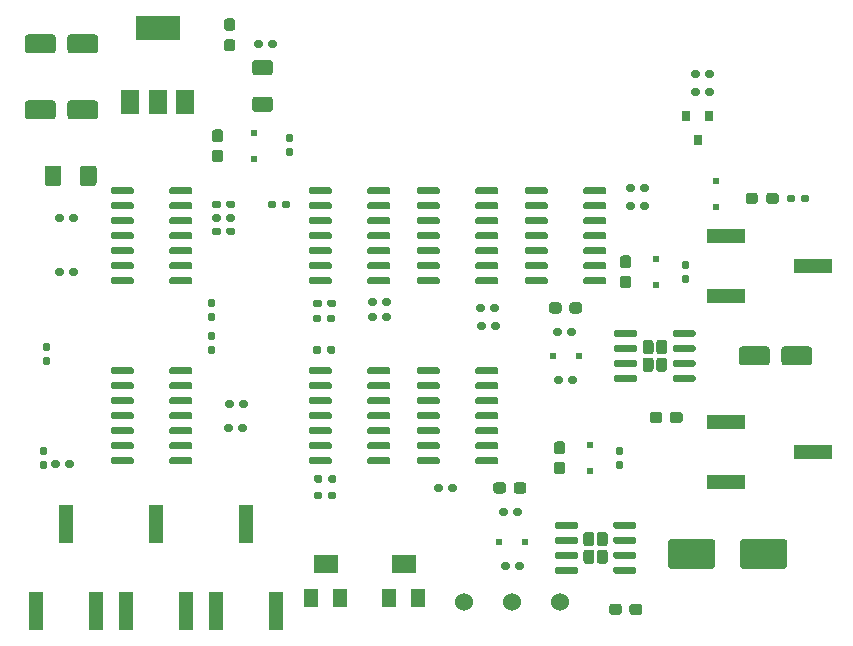
<source format=gbr>
%TF.GenerationSoftware,KiCad,Pcbnew,(5.1.10)-1*%
%TF.CreationDate,2022-02-21T21:57:19+01:00*%
%TF.ProjectId,BSPD-CV_3_0_00a,42535044-2d43-4565-9f33-5f305f303061,rev?*%
%TF.SameCoordinates,Original*%
%TF.FileFunction,Paste,Top*%
%TF.FilePolarity,Positive*%
%FSLAX46Y46*%
G04 Gerber Fmt 4.6, Leading zero omitted, Abs format (unit mm)*
G04 Created by KiCad (PCBNEW (5.1.10)-1) date 2022-02-21 21:57:19*
%MOMM*%
%LPD*%
G01*
G04 APERTURE LIST*
%ADD10R,0.500000X0.500000*%
%ADD11R,1.500000X2.000000*%
%ADD12R,3.800000X2.000000*%
%ADD13C,1.524000*%
%ADD14R,1.300000X1.600000*%
%ADD15R,2.000000X1.600000*%
%ADD16R,1.300000X3.300000*%
%ADD17R,3.300000X1.300000*%
%ADD18R,0.800000X0.900000*%
G04 APERTURE END LIST*
%TO.C,F11*%
G36*
G01*
X164605000Y-111877000D02*
X164605000Y-110627000D01*
G75*
G02*
X164855000Y-110377000I250000J0D01*
G01*
X165780000Y-110377000D01*
G75*
G02*
X166030000Y-110627000I0J-250000D01*
G01*
X166030000Y-111877000D01*
G75*
G02*
X165780000Y-112127000I-250000J0D01*
G01*
X164855000Y-112127000D01*
G75*
G02*
X164605000Y-111877000I0J250000D01*
G01*
G37*
G36*
G01*
X161630000Y-111877000D02*
X161630000Y-110627000D01*
G75*
G02*
X161880000Y-110377000I250000J0D01*
G01*
X162805000Y-110377000D01*
G75*
G02*
X163055000Y-110627000I0J-250000D01*
G01*
X163055000Y-111877000D01*
G75*
G02*
X162805000Y-112127000I-250000J0D01*
G01*
X161880000Y-112127000D01*
G75*
G02*
X161630000Y-111877000I0J250000D01*
G01*
G37*
%TD*%
D10*
%TO.C,D102*%
X218440000Y-111676000D03*
X218440000Y-113876000D03*
%TD*%
%TO.C,U15*%
G36*
G01*
X208390000Y-143873000D02*
X208390000Y-143123000D01*
G75*
G02*
X208620000Y-142893000I230000J0D01*
G01*
X209080000Y-142893000D01*
G75*
G02*
X209310000Y-143123000I0J-230000D01*
G01*
X209310000Y-143873000D01*
G75*
G02*
X209080000Y-144103000I-230000J0D01*
G01*
X208620000Y-144103000D01*
G75*
G02*
X208390000Y-143873000I0J230000D01*
G01*
G37*
G36*
G01*
X208390000Y-142373000D02*
X208390000Y-141623000D01*
G75*
G02*
X208620000Y-141393000I230000J0D01*
G01*
X209080000Y-141393000D01*
G75*
G02*
X209310000Y-141623000I0J-230000D01*
G01*
X209310000Y-142373000D01*
G75*
G02*
X209080000Y-142603000I-230000J0D01*
G01*
X208620000Y-142603000D01*
G75*
G02*
X208390000Y-142373000I0J230000D01*
G01*
G37*
G36*
G01*
X207250000Y-143873000D02*
X207250000Y-143123000D01*
G75*
G02*
X207480000Y-142893000I230000J0D01*
G01*
X207940000Y-142893000D01*
G75*
G02*
X208170000Y-143123000I0J-230000D01*
G01*
X208170000Y-143873000D01*
G75*
G02*
X207940000Y-144103000I-230000J0D01*
G01*
X207480000Y-144103000D01*
G75*
G02*
X207250000Y-143873000I0J230000D01*
G01*
G37*
G36*
G01*
X207250000Y-142373000D02*
X207250000Y-141623000D01*
G75*
G02*
X207480000Y-141393000I230000J0D01*
G01*
X207940000Y-141393000D01*
G75*
G02*
X208170000Y-141623000I0J-230000D01*
G01*
X208170000Y-142373000D01*
G75*
G02*
X207940000Y-142603000I-230000J0D01*
G01*
X207480000Y-142603000D01*
G75*
G02*
X207250000Y-142373000I0J230000D01*
G01*
G37*
G36*
G01*
X209780000Y-140993000D02*
X209780000Y-140693000D01*
G75*
G02*
X209930000Y-140543000I150000J0D01*
G01*
X211580000Y-140543000D01*
G75*
G02*
X211730000Y-140693000I0J-150000D01*
G01*
X211730000Y-140993000D01*
G75*
G02*
X211580000Y-141143000I-150000J0D01*
G01*
X209930000Y-141143000D01*
G75*
G02*
X209780000Y-140993000I0J150000D01*
G01*
G37*
G36*
G01*
X209780000Y-142263000D02*
X209780000Y-141963000D01*
G75*
G02*
X209930000Y-141813000I150000J0D01*
G01*
X211580000Y-141813000D01*
G75*
G02*
X211730000Y-141963000I0J-150000D01*
G01*
X211730000Y-142263000D01*
G75*
G02*
X211580000Y-142413000I-150000J0D01*
G01*
X209930000Y-142413000D01*
G75*
G02*
X209780000Y-142263000I0J150000D01*
G01*
G37*
G36*
G01*
X209780000Y-143533000D02*
X209780000Y-143233000D01*
G75*
G02*
X209930000Y-143083000I150000J0D01*
G01*
X211580000Y-143083000D01*
G75*
G02*
X211730000Y-143233000I0J-150000D01*
G01*
X211730000Y-143533000D01*
G75*
G02*
X211580000Y-143683000I-150000J0D01*
G01*
X209930000Y-143683000D01*
G75*
G02*
X209780000Y-143533000I0J150000D01*
G01*
G37*
G36*
G01*
X209780000Y-144803000D02*
X209780000Y-144503000D01*
G75*
G02*
X209930000Y-144353000I150000J0D01*
G01*
X211580000Y-144353000D01*
G75*
G02*
X211730000Y-144503000I0J-150000D01*
G01*
X211730000Y-144803000D01*
G75*
G02*
X211580000Y-144953000I-150000J0D01*
G01*
X209930000Y-144953000D01*
G75*
G02*
X209780000Y-144803000I0J150000D01*
G01*
G37*
G36*
G01*
X204830000Y-144803000D02*
X204830000Y-144503000D01*
G75*
G02*
X204980000Y-144353000I150000J0D01*
G01*
X206630000Y-144353000D01*
G75*
G02*
X206780000Y-144503000I0J-150000D01*
G01*
X206780000Y-144803000D01*
G75*
G02*
X206630000Y-144953000I-150000J0D01*
G01*
X204980000Y-144953000D01*
G75*
G02*
X204830000Y-144803000I0J150000D01*
G01*
G37*
G36*
G01*
X204830000Y-143533000D02*
X204830000Y-143233000D01*
G75*
G02*
X204980000Y-143083000I150000J0D01*
G01*
X206630000Y-143083000D01*
G75*
G02*
X206780000Y-143233000I0J-150000D01*
G01*
X206780000Y-143533000D01*
G75*
G02*
X206630000Y-143683000I-150000J0D01*
G01*
X204980000Y-143683000D01*
G75*
G02*
X204830000Y-143533000I0J150000D01*
G01*
G37*
G36*
G01*
X204830000Y-142263000D02*
X204830000Y-141963000D01*
G75*
G02*
X204980000Y-141813000I150000J0D01*
G01*
X206630000Y-141813000D01*
G75*
G02*
X206780000Y-141963000I0J-150000D01*
G01*
X206780000Y-142263000D01*
G75*
G02*
X206630000Y-142413000I-150000J0D01*
G01*
X204980000Y-142413000D01*
G75*
G02*
X204830000Y-142263000I0J150000D01*
G01*
G37*
G36*
G01*
X204830000Y-140993000D02*
X204830000Y-140693000D01*
G75*
G02*
X204980000Y-140543000I150000J0D01*
G01*
X206630000Y-140543000D01*
G75*
G02*
X206780000Y-140693000I0J-150000D01*
G01*
X206780000Y-140993000D01*
G75*
G02*
X206630000Y-141143000I-150000J0D01*
G01*
X204980000Y-141143000D01*
G75*
G02*
X204830000Y-140993000I0J150000D01*
G01*
G37*
%TD*%
%TO.C,U12*%
G36*
G01*
X213408000Y-127617000D02*
X213408000Y-126867000D01*
G75*
G02*
X213638000Y-126637000I230000J0D01*
G01*
X214098000Y-126637000D01*
G75*
G02*
X214328000Y-126867000I0J-230000D01*
G01*
X214328000Y-127617000D01*
G75*
G02*
X214098000Y-127847000I-230000J0D01*
G01*
X213638000Y-127847000D01*
G75*
G02*
X213408000Y-127617000I0J230000D01*
G01*
G37*
G36*
G01*
X213408000Y-126117000D02*
X213408000Y-125367000D01*
G75*
G02*
X213638000Y-125137000I230000J0D01*
G01*
X214098000Y-125137000D01*
G75*
G02*
X214328000Y-125367000I0J-230000D01*
G01*
X214328000Y-126117000D01*
G75*
G02*
X214098000Y-126347000I-230000J0D01*
G01*
X213638000Y-126347000D01*
G75*
G02*
X213408000Y-126117000I0J230000D01*
G01*
G37*
G36*
G01*
X212268000Y-127617000D02*
X212268000Y-126867000D01*
G75*
G02*
X212498000Y-126637000I230000J0D01*
G01*
X212958000Y-126637000D01*
G75*
G02*
X213188000Y-126867000I0J-230000D01*
G01*
X213188000Y-127617000D01*
G75*
G02*
X212958000Y-127847000I-230000J0D01*
G01*
X212498000Y-127847000D01*
G75*
G02*
X212268000Y-127617000I0J230000D01*
G01*
G37*
G36*
G01*
X212268000Y-126117000D02*
X212268000Y-125367000D01*
G75*
G02*
X212498000Y-125137000I230000J0D01*
G01*
X212958000Y-125137000D01*
G75*
G02*
X213188000Y-125367000I0J-230000D01*
G01*
X213188000Y-126117000D01*
G75*
G02*
X212958000Y-126347000I-230000J0D01*
G01*
X212498000Y-126347000D01*
G75*
G02*
X212268000Y-126117000I0J230000D01*
G01*
G37*
G36*
G01*
X214798000Y-124737000D02*
X214798000Y-124437000D01*
G75*
G02*
X214948000Y-124287000I150000J0D01*
G01*
X216598000Y-124287000D01*
G75*
G02*
X216748000Y-124437000I0J-150000D01*
G01*
X216748000Y-124737000D01*
G75*
G02*
X216598000Y-124887000I-150000J0D01*
G01*
X214948000Y-124887000D01*
G75*
G02*
X214798000Y-124737000I0J150000D01*
G01*
G37*
G36*
G01*
X214798000Y-126007000D02*
X214798000Y-125707000D01*
G75*
G02*
X214948000Y-125557000I150000J0D01*
G01*
X216598000Y-125557000D01*
G75*
G02*
X216748000Y-125707000I0J-150000D01*
G01*
X216748000Y-126007000D01*
G75*
G02*
X216598000Y-126157000I-150000J0D01*
G01*
X214948000Y-126157000D01*
G75*
G02*
X214798000Y-126007000I0J150000D01*
G01*
G37*
G36*
G01*
X214798000Y-127277000D02*
X214798000Y-126977000D01*
G75*
G02*
X214948000Y-126827000I150000J0D01*
G01*
X216598000Y-126827000D01*
G75*
G02*
X216748000Y-126977000I0J-150000D01*
G01*
X216748000Y-127277000D01*
G75*
G02*
X216598000Y-127427000I-150000J0D01*
G01*
X214948000Y-127427000D01*
G75*
G02*
X214798000Y-127277000I0J150000D01*
G01*
G37*
G36*
G01*
X214798000Y-128547000D02*
X214798000Y-128247000D01*
G75*
G02*
X214948000Y-128097000I150000J0D01*
G01*
X216598000Y-128097000D01*
G75*
G02*
X216748000Y-128247000I0J-150000D01*
G01*
X216748000Y-128547000D01*
G75*
G02*
X216598000Y-128697000I-150000J0D01*
G01*
X214948000Y-128697000D01*
G75*
G02*
X214798000Y-128547000I0J150000D01*
G01*
G37*
G36*
G01*
X209848000Y-128547000D02*
X209848000Y-128247000D01*
G75*
G02*
X209998000Y-128097000I150000J0D01*
G01*
X211648000Y-128097000D01*
G75*
G02*
X211798000Y-128247000I0J-150000D01*
G01*
X211798000Y-128547000D01*
G75*
G02*
X211648000Y-128697000I-150000J0D01*
G01*
X209998000Y-128697000D01*
G75*
G02*
X209848000Y-128547000I0J150000D01*
G01*
G37*
G36*
G01*
X209848000Y-127277000D02*
X209848000Y-126977000D01*
G75*
G02*
X209998000Y-126827000I150000J0D01*
G01*
X211648000Y-126827000D01*
G75*
G02*
X211798000Y-126977000I0J-150000D01*
G01*
X211798000Y-127277000D01*
G75*
G02*
X211648000Y-127427000I-150000J0D01*
G01*
X209998000Y-127427000D01*
G75*
G02*
X209848000Y-127277000I0J150000D01*
G01*
G37*
G36*
G01*
X209848000Y-126007000D02*
X209848000Y-125707000D01*
G75*
G02*
X209998000Y-125557000I150000J0D01*
G01*
X211648000Y-125557000D01*
G75*
G02*
X211798000Y-125707000I0J-150000D01*
G01*
X211798000Y-126007000D01*
G75*
G02*
X211648000Y-126157000I-150000J0D01*
G01*
X209998000Y-126157000D01*
G75*
G02*
X209848000Y-126007000I0J150000D01*
G01*
G37*
G36*
G01*
X209848000Y-124737000D02*
X209848000Y-124437000D01*
G75*
G02*
X209998000Y-124287000I150000J0D01*
G01*
X211648000Y-124287000D01*
G75*
G02*
X211798000Y-124437000I0J-150000D01*
G01*
X211798000Y-124737000D01*
G75*
G02*
X211648000Y-124887000I-150000J0D01*
G01*
X209998000Y-124887000D01*
G75*
G02*
X209848000Y-124737000I0J150000D01*
G01*
G37*
%TD*%
%TO.C,U8*%
G36*
G01*
X188952000Y-127912000D02*
X188952000Y-127612000D01*
G75*
G02*
X189102000Y-127462000I150000J0D01*
G01*
X190752000Y-127462000D01*
G75*
G02*
X190902000Y-127612000I0J-150000D01*
G01*
X190902000Y-127912000D01*
G75*
G02*
X190752000Y-128062000I-150000J0D01*
G01*
X189102000Y-128062000D01*
G75*
G02*
X188952000Y-127912000I0J150000D01*
G01*
G37*
G36*
G01*
X188952000Y-129182000D02*
X188952000Y-128882000D01*
G75*
G02*
X189102000Y-128732000I150000J0D01*
G01*
X190752000Y-128732000D01*
G75*
G02*
X190902000Y-128882000I0J-150000D01*
G01*
X190902000Y-129182000D01*
G75*
G02*
X190752000Y-129332000I-150000J0D01*
G01*
X189102000Y-129332000D01*
G75*
G02*
X188952000Y-129182000I0J150000D01*
G01*
G37*
G36*
G01*
X188952000Y-130452000D02*
X188952000Y-130152000D01*
G75*
G02*
X189102000Y-130002000I150000J0D01*
G01*
X190752000Y-130002000D01*
G75*
G02*
X190902000Y-130152000I0J-150000D01*
G01*
X190902000Y-130452000D01*
G75*
G02*
X190752000Y-130602000I-150000J0D01*
G01*
X189102000Y-130602000D01*
G75*
G02*
X188952000Y-130452000I0J150000D01*
G01*
G37*
G36*
G01*
X188952000Y-131722000D02*
X188952000Y-131422000D01*
G75*
G02*
X189102000Y-131272000I150000J0D01*
G01*
X190752000Y-131272000D01*
G75*
G02*
X190902000Y-131422000I0J-150000D01*
G01*
X190902000Y-131722000D01*
G75*
G02*
X190752000Y-131872000I-150000J0D01*
G01*
X189102000Y-131872000D01*
G75*
G02*
X188952000Y-131722000I0J150000D01*
G01*
G37*
G36*
G01*
X188952000Y-132992000D02*
X188952000Y-132692000D01*
G75*
G02*
X189102000Y-132542000I150000J0D01*
G01*
X190752000Y-132542000D01*
G75*
G02*
X190902000Y-132692000I0J-150000D01*
G01*
X190902000Y-132992000D01*
G75*
G02*
X190752000Y-133142000I-150000J0D01*
G01*
X189102000Y-133142000D01*
G75*
G02*
X188952000Y-132992000I0J150000D01*
G01*
G37*
G36*
G01*
X188952000Y-134262000D02*
X188952000Y-133962000D01*
G75*
G02*
X189102000Y-133812000I150000J0D01*
G01*
X190752000Y-133812000D01*
G75*
G02*
X190902000Y-133962000I0J-150000D01*
G01*
X190902000Y-134262000D01*
G75*
G02*
X190752000Y-134412000I-150000J0D01*
G01*
X189102000Y-134412000D01*
G75*
G02*
X188952000Y-134262000I0J150000D01*
G01*
G37*
G36*
G01*
X188952000Y-135532000D02*
X188952000Y-135232000D01*
G75*
G02*
X189102000Y-135082000I150000J0D01*
G01*
X190752000Y-135082000D01*
G75*
G02*
X190902000Y-135232000I0J-150000D01*
G01*
X190902000Y-135532000D01*
G75*
G02*
X190752000Y-135682000I-150000J0D01*
G01*
X189102000Y-135682000D01*
G75*
G02*
X188952000Y-135532000I0J150000D01*
G01*
G37*
G36*
G01*
X184002000Y-135532000D02*
X184002000Y-135232000D01*
G75*
G02*
X184152000Y-135082000I150000J0D01*
G01*
X185802000Y-135082000D01*
G75*
G02*
X185952000Y-135232000I0J-150000D01*
G01*
X185952000Y-135532000D01*
G75*
G02*
X185802000Y-135682000I-150000J0D01*
G01*
X184152000Y-135682000D01*
G75*
G02*
X184002000Y-135532000I0J150000D01*
G01*
G37*
G36*
G01*
X184002000Y-134262000D02*
X184002000Y-133962000D01*
G75*
G02*
X184152000Y-133812000I150000J0D01*
G01*
X185802000Y-133812000D01*
G75*
G02*
X185952000Y-133962000I0J-150000D01*
G01*
X185952000Y-134262000D01*
G75*
G02*
X185802000Y-134412000I-150000J0D01*
G01*
X184152000Y-134412000D01*
G75*
G02*
X184002000Y-134262000I0J150000D01*
G01*
G37*
G36*
G01*
X184002000Y-132992000D02*
X184002000Y-132692000D01*
G75*
G02*
X184152000Y-132542000I150000J0D01*
G01*
X185802000Y-132542000D01*
G75*
G02*
X185952000Y-132692000I0J-150000D01*
G01*
X185952000Y-132992000D01*
G75*
G02*
X185802000Y-133142000I-150000J0D01*
G01*
X184152000Y-133142000D01*
G75*
G02*
X184002000Y-132992000I0J150000D01*
G01*
G37*
G36*
G01*
X184002000Y-131722000D02*
X184002000Y-131422000D01*
G75*
G02*
X184152000Y-131272000I150000J0D01*
G01*
X185802000Y-131272000D01*
G75*
G02*
X185952000Y-131422000I0J-150000D01*
G01*
X185952000Y-131722000D01*
G75*
G02*
X185802000Y-131872000I-150000J0D01*
G01*
X184152000Y-131872000D01*
G75*
G02*
X184002000Y-131722000I0J150000D01*
G01*
G37*
G36*
G01*
X184002000Y-130452000D02*
X184002000Y-130152000D01*
G75*
G02*
X184152000Y-130002000I150000J0D01*
G01*
X185802000Y-130002000D01*
G75*
G02*
X185952000Y-130152000I0J-150000D01*
G01*
X185952000Y-130452000D01*
G75*
G02*
X185802000Y-130602000I-150000J0D01*
G01*
X184152000Y-130602000D01*
G75*
G02*
X184002000Y-130452000I0J150000D01*
G01*
G37*
G36*
G01*
X184002000Y-129182000D02*
X184002000Y-128882000D01*
G75*
G02*
X184152000Y-128732000I150000J0D01*
G01*
X185802000Y-128732000D01*
G75*
G02*
X185952000Y-128882000I0J-150000D01*
G01*
X185952000Y-129182000D01*
G75*
G02*
X185802000Y-129332000I-150000J0D01*
G01*
X184152000Y-129332000D01*
G75*
G02*
X184002000Y-129182000I0J150000D01*
G01*
G37*
G36*
G01*
X184002000Y-127912000D02*
X184002000Y-127612000D01*
G75*
G02*
X184152000Y-127462000I150000J0D01*
G01*
X185802000Y-127462000D01*
G75*
G02*
X185952000Y-127612000I0J-150000D01*
G01*
X185952000Y-127912000D01*
G75*
G02*
X185802000Y-128062000I-150000J0D01*
G01*
X184152000Y-128062000D01*
G75*
G02*
X184002000Y-127912000I0J150000D01*
G01*
G37*
%TD*%
%TO.C,U7*%
G36*
G01*
X207240000Y-112672000D02*
X207240000Y-112372000D01*
G75*
G02*
X207390000Y-112222000I150000J0D01*
G01*
X209040000Y-112222000D01*
G75*
G02*
X209190000Y-112372000I0J-150000D01*
G01*
X209190000Y-112672000D01*
G75*
G02*
X209040000Y-112822000I-150000J0D01*
G01*
X207390000Y-112822000D01*
G75*
G02*
X207240000Y-112672000I0J150000D01*
G01*
G37*
G36*
G01*
X207240000Y-113942000D02*
X207240000Y-113642000D01*
G75*
G02*
X207390000Y-113492000I150000J0D01*
G01*
X209040000Y-113492000D01*
G75*
G02*
X209190000Y-113642000I0J-150000D01*
G01*
X209190000Y-113942000D01*
G75*
G02*
X209040000Y-114092000I-150000J0D01*
G01*
X207390000Y-114092000D01*
G75*
G02*
X207240000Y-113942000I0J150000D01*
G01*
G37*
G36*
G01*
X207240000Y-115212000D02*
X207240000Y-114912000D01*
G75*
G02*
X207390000Y-114762000I150000J0D01*
G01*
X209040000Y-114762000D01*
G75*
G02*
X209190000Y-114912000I0J-150000D01*
G01*
X209190000Y-115212000D01*
G75*
G02*
X209040000Y-115362000I-150000J0D01*
G01*
X207390000Y-115362000D01*
G75*
G02*
X207240000Y-115212000I0J150000D01*
G01*
G37*
G36*
G01*
X207240000Y-116482000D02*
X207240000Y-116182000D01*
G75*
G02*
X207390000Y-116032000I150000J0D01*
G01*
X209040000Y-116032000D01*
G75*
G02*
X209190000Y-116182000I0J-150000D01*
G01*
X209190000Y-116482000D01*
G75*
G02*
X209040000Y-116632000I-150000J0D01*
G01*
X207390000Y-116632000D01*
G75*
G02*
X207240000Y-116482000I0J150000D01*
G01*
G37*
G36*
G01*
X207240000Y-117752000D02*
X207240000Y-117452000D01*
G75*
G02*
X207390000Y-117302000I150000J0D01*
G01*
X209040000Y-117302000D01*
G75*
G02*
X209190000Y-117452000I0J-150000D01*
G01*
X209190000Y-117752000D01*
G75*
G02*
X209040000Y-117902000I-150000J0D01*
G01*
X207390000Y-117902000D01*
G75*
G02*
X207240000Y-117752000I0J150000D01*
G01*
G37*
G36*
G01*
X207240000Y-119022000D02*
X207240000Y-118722000D01*
G75*
G02*
X207390000Y-118572000I150000J0D01*
G01*
X209040000Y-118572000D01*
G75*
G02*
X209190000Y-118722000I0J-150000D01*
G01*
X209190000Y-119022000D01*
G75*
G02*
X209040000Y-119172000I-150000J0D01*
G01*
X207390000Y-119172000D01*
G75*
G02*
X207240000Y-119022000I0J150000D01*
G01*
G37*
G36*
G01*
X207240000Y-120292000D02*
X207240000Y-119992000D01*
G75*
G02*
X207390000Y-119842000I150000J0D01*
G01*
X209040000Y-119842000D01*
G75*
G02*
X209190000Y-119992000I0J-150000D01*
G01*
X209190000Y-120292000D01*
G75*
G02*
X209040000Y-120442000I-150000J0D01*
G01*
X207390000Y-120442000D01*
G75*
G02*
X207240000Y-120292000I0J150000D01*
G01*
G37*
G36*
G01*
X202290000Y-120292000D02*
X202290000Y-119992000D01*
G75*
G02*
X202440000Y-119842000I150000J0D01*
G01*
X204090000Y-119842000D01*
G75*
G02*
X204240000Y-119992000I0J-150000D01*
G01*
X204240000Y-120292000D01*
G75*
G02*
X204090000Y-120442000I-150000J0D01*
G01*
X202440000Y-120442000D01*
G75*
G02*
X202290000Y-120292000I0J150000D01*
G01*
G37*
G36*
G01*
X202290000Y-119022000D02*
X202290000Y-118722000D01*
G75*
G02*
X202440000Y-118572000I150000J0D01*
G01*
X204090000Y-118572000D01*
G75*
G02*
X204240000Y-118722000I0J-150000D01*
G01*
X204240000Y-119022000D01*
G75*
G02*
X204090000Y-119172000I-150000J0D01*
G01*
X202440000Y-119172000D01*
G75*
G02*
X202290000Y-119022000I0J150000D01*
G01*
G37*
G36*
G01*
X202290000Y-117752000D02*
X202290000Y-117452000D01*
G75*
G02*
X202440000Y-117302000I150000J0D01*
G01*
X204090000Y-117302000D01*
G75*
G02*
X204240000Y-117452000I0J-150000D01*
G01*
X204240000Y-117752000D01*
G75*
G02*
X204090000Y-117902000I-150000J0D01*
G01*
X202440000Y-117902000D01*
G75*
G02*
X202290000Y-117752000I0J150000D01*
G01*
G37*
G36*
G01*
X202290000Y-116482000D02*
X202290000Y-116182000D01*
G75*
G02*
X202440000Y-116032000I150000J0D01*
G01*
X204090000Y-116032000D01*
G75*
G02*
X204240000Y-116182000I0J-150000D01*
G01*
X204240000Y-116482000D01*
G75*
G02*
X204090000Y-116632000I-150000J0D01*
G01*
X202440000Y-116632000D01*
G75*
G02*
X202290000Y-116482000I0J150000D01*
G01*
G37*
G36*
G01*
X202290000Y-115212000D02*
X202290000Y-114912000D01*
G75*
G02*
X202440000Y-114762000I150000J0D01*
G01*
X204090000Y-114762000D01*
G75*
G02*
X204240000Y-114912000I0J-150000D01*
G01*
X204240000Y-115212000D01*
G75*
G02*
X204090000Y-115362000I-150000J0D01*
G01*
X202440000Y-115362000D01*
G75*
G02*
X202290000Y-115212000I0J150000D01*
G01*
G37*
G36*
G01*
X202290000Y-113942000D02*
X202290000Y-113642000D01*
G75*
G02*
X202440000Y-113492000I150000J0D01*
G01*
X204090000Y-113492000D01*
G75*
G02*
X204240000Y-113642000I0J-150000D01*
G01*
X204240000Y-113942000D01*
G75*
G02*
X204090000Y-114092000I-150000J0D01*
G01*
X202440000Y-114092000D01*
G75*
G02*
X202290000Y-113942000I0J150000D01*
G01*
G37*
G36*
G01*
X202290000Y-112672000D02*
X202290000Y-112372000D01*
G75*
G02*
X202440000Y-112222000I150000J0D01*
G01*
X204090000Y-112222000D01*
G75*
G02*
X204240000Y-112372000I0J-150000D01*
G01*
X204240000Y-112672000D01*
G75*
G02*
X204090000Y-112822000I-150000J0D01*
G01*
X202440000Y-112822000D01*
G75*
G02*
X202290000Y-112672000I0J150000D01*
G01*
G37*
%TD*%
%TO.C,U6*%
G36*
G01*
X172188000Y-127912000D02*
X172188000Y-127612000D01*
G75*
G02*
X172338000Y-127462000I150000J0D01*
G01*
X173988000Y-127462000D01*
G75*
G02*
X174138000Y-127612000I0J-150000D01*
G01*
X174138000Y-127912000D01*
G75*
G02*
X173988000Y-128062000I-150000J0D01*
G01*
X172338000Y-128062000D01*
G75*
G02*
X172188000Y-127912000I0J150000D01*
G01*
G37*
G36*
G01*
X172188000Y-129182000D02*
X172188000Y-128882000D01*
G75*
G02*
X172338000Y-128732000I150000J0D01*
G01*
X173988000Y-128732000D01*
G75*
G02*
X174138000Y-128882000I0J-150000D01*
G01*
X174138000Y-129182000D01*
G75*
G02*
X173988000Y-129332000I-150000J0D01*
G01*
X172338000Y-129332000D01*
G75*
G02*
X172188000Y-129182000I0J150000D01*
G01*
G37*
G36*
G01*
X172188000Y-130452000D02*
X172188000Y-130152000D01*
G75*
G02*
X172338000Y-130002000I150000J0D01*
G01*
X173988000Y-130002000D01*
G75*
G02*
X174138000Y-130152000I0J-150000D01*
G01*
X174138000Y-130452000D01*
G75*
G02*
X173988000Y-130602000I-150000J0D01*
G01*
X172338000Y-130602000D01*
G75*
G02*
X172188000Y-130452000I0J150000D01*
G01*
G37*
G36*
G01*
X172188000Y-131722000D02*
X172188000Y-131422000D01*
G75*
G02*
X172338000Y-131272000I150000J0D01*
G01*
X173988000Y-131272000D01*
G75*
G02*
X174138000Y-131422000I0J-150000D01*
G01*
X174138000Y-131722000D01*
G75*
G02*
X173988000Y-131872000I-150000J0D01*
G01*
X172338000Y-131872000D01*
G75*
G02*
X172188000Y-131722000I0J150000D01*
G01*
G37*
G36*
G01*
X172188000Y-132992000D02*
X172188000Y-132692000D01*
G75*
G02*
X172338000Y-132542000I150000J0D01*
G01*
X173988000Y-132542000D01*
G75*
G02*
X174138000Y-132692000I0J-150000D01*
G01*
X174138000Y-132992000D01*
G75*
G02*
X173988000Y-133142000I-150000J0D01*
G01*
X172338000Y-133142000D01*
G75*
G02*
X172188000Y-132992000I0J150000D01*
G01*
G37*
G36*
G01*
X172188000Y-134262000D02*
X172188000Y-133962000D01*
G75*
G02*
X172338000Y-133812000I150000J0D01*
G01*
X173988000Y-133812000D01*
G75*
G02*
X174138000Y-133962000I0J-150000D01*
G01*
X174138000Y-134262000D01*
G75*
G02*
X173988000Y-134412000I-150000J0D01*
G01*
X172338000Y-134412000D01*
G75*
G02*
X172188000Y-134262000I0J150000D01*
G01*
G37*
G36*
G01*
X172188000Y-135532000D02*
X172188000Y-135232000D01*
G75*
G02*
X172338000Y-135082000I150000J0D01*
G01*
X173988000Y-135082000D01*
G75*
G02*
X174138000Y-135232000I0J-150000D01*
G01*
X174138000Y-135532000D01*
G75*
G02*
X173988000Y-135682000I-150000J0D01*
G01*
X172338000Y-135682000D01*
G75*
G02*
X172188000Y-135532000I0J150000D01*
G01*
G37*
G36*
G01*
X167238000Y-135532000D02*
X167238000Y-135232000D01*
G75*
G02*
X167388000Y-135082000I150000J0D01*
G01*
X169038000Y-135082000D01*
G75*
G02*
X169188000Y-135232000I0J-150000D01*
G01*
X169188000Y-135532000D01*
G75*
G02*
X169038000Y-135682000I-150000J0D01*
G01*
X167388000Y-135682000D01*
G75*
G02*
X167238000Y-135532000I0J150000D01*
G01*
G37*
G36*
G01*
X167238000Y-134262000D02*
X167238000Y-133962000D01*
G75*
G02*
X167388000Y-133812000I150000J0D01*
G01*
X169038000Y-133812000D01*
G75*
G02*
X169188000Y-133962000I0J-150000D01*
G01*
X169188000Y-134262000D01*
G75*
G02*
X169038000Y-134412000I-150000J0D01*
G01*
X167388000Y-134412000D01*
G75*
G02*
X167238000Y-134262000I0J150000D01*
G01*
G37*
G36*
G01*
X167238000Y-132992000D02*
X167238000Y-132692000D01*
G75*
G02*
X167388000Y-132542000I150000J0D01*
G01*
X169038000Y-132542000D01*
G75*
G02*
X169188000Y-132692000I0J-150000D01*
G01*
X169188000Y-132992000D01*
G75*
G02*
X169038000Y-133142000I-150000J0D01*
G01*
X167388000Y-133142000D01*
G75*
G02*
X167238000Y-132992000I0J150000D01*
G01*
G37*
G36*
G01*
X167238000Y-131722000D02*
X167238000Y-131422000D01*
G75*
G02*
X167388000Y-131272000I150000J0D01*
G01*
X169038000Y-131272000D01*
G75*
G02*
X169188000Y-131422000I0J-150000D01*
G01*
X169188000Y-131722000D01*
G75*
G02*
X169038000Y-131872000I-150000J0D01*
G01*
X167388000Y-131872000D01*
G75*
G02*
X167238000Y-131722000I0J150000D01*
G01*
G37*
G36*
G01*
X167238000Y-130452000D02*
X167238000Y-130152000D01*
G75*
G02*
X167388000Y-130002000I150000J0D01*
G01*
X169038000Y-130002000D01*
G75*
G02*
X169188000Y-130152000I0J-150000D01*
G01*
X169188000Y-130452000D01*
G75*
G02*
X169038000Y-130602000I-150000J0D01*
G01*
X167388000Y-130602000D01*
G75*
G02*
X167238000Y-130452000I0J150000D01*
G01*
G37*
G36*
G01*
X167238000Y-129182000D02*
X167238000Y-128882000D01*
G75*
G02*
X167388000Y-128732000I150000J0D01*
G01*
X169038000Y-128732000D01*
G75*
G02*
X169188000Y-128882000I0J-150000D01*
G01*
X169188000Y-129182000D01*
G75*
G02*
X169038000Y-129332000I-150000J0D01*
G01*
X167388000Y-129332000D01*
G75*
G02*
X167238000Y-129182000I0J150000D01*
G01*
G37*
G36*
G01*
X167238000Y-127912000D02*
X167238000Y-127612000D01*
G75*
G02*
X167388000Y-127462000I150000J0D01*
G01*
X169038000Y-127462000D01*
G75*
G02*
X169188000Y-127612000I0J-150000D01*
G01*
X169188000Y-127912000D01*
G75*
G02*
X169038000Y-128062000I-150000J0D01*
G01*
X167388000Y-128062000D01*
G75*
G02*
X167238000Y-127912000I0J150000D01*
G01*
G37*
%TD*%
%TO.C,U5*%
G36*
G01*
X198096000Y-127912000D02*
X198096000Y-127612000D01*
G75*
G02*
X198246000Y-127462000I150000J0D01*
G01*
X199896000Y-127462000D01*
G75*
G02*
X200046000Y-127612000I0J-150000D01*
G01*
X200046000Y-127912000D01*
G75*
G02*
X199896000Y-128062000I-150000J0D01*
G01*
X198246000Y-128062000D01*
G75*
G02*
X198096000Y-127912000I0J150000D01*
G01*
G37*
G36*
G01*
X198096000Y-129182000D02*
X198096000Y-128882000D01*
G75*
G02*
X198246000Y-128732000I150000J0D01*
G01*
X199896000Y-128732000D01*
G75*
G02*
X200046000Y-128882000I0J-150000D01*
G01*
X200046000Y-129182000D01*
G75*
G02*
X199896000Y-129332000I-150000J0D01*
G01*
X198246000Y-129332000D01*
G75*
G02*
X198096000Y-129182000I0J150000D01*
G01*
G37*
G36*
G01*
X198096000Y-130452000D02*
X198096000Y-130152000D01*
G75*
G02*
X198246000Y-130002000I150000J0D01*
G01*
X199896000Y-130002000D01*
G75*
G02*
X200046000Y-130152000I0J-150000D01*
G01*
X200046000Y-130452000D01*
G75*
G02*
X199896000Y-130602000I-150000J0D01*
G01*
X198246000Y-130602000D01*
G75*
G02*
X198096000Y-130452000I0J150000D01*
G01*
G37*
G36*
G01*
X198096000Y-131722000D02*
X198096000Y-131422000D01*
G75*
G02*
X198246000Y-131272000I150000J0D01*
G01*
X199896000Y-131272000D01*
G75*
G02*
X200046000Y-131422000I0J-150000D01*
G01*
X200046000Y-131722000D01*
G75*
G02*
X199896000Y-131872000I-150000J0D01*
G01*
X198246000Y-131872000D01*
G75*
G02*
X198096000Y-131722000I0J150000D01*
G01*
G37*
G36*
G01*
X198096000Y-132992000D02*
X198096000Y-132692000D01*
G75*
G02*
X198246000Y-132542000I150000J0D01*
G01*
X199896000Y-132542000D01*
G75*
G02*
X200046000Y-132692000I0J-150000D01*
G01*
X200046000Y-132992000D01*
G75*
G02*
X199896000Y-133142000I-150000J0D01*
G01*
X198246000Y-133142000D01*
G75*
G02*
X198096000Y-132992000I0J150000D01*
G01*
G37*
G36*
G01*
X198096000Y-134262000D02*
X198096000Y-133962000D01*
G75*
G02*
X198246000Y-133812000I150000J0D01*
G01*
X199896000Y-133812000D01*
G75*
G02*
X200046000Y-133962000I0J-150000D01*
G01*
X200046000Y-134262000D01*
G75*
G02*
X199896000Y-134412000I-150000J0D01*
G01*
X198246000Y-134412000D01*
G75*
G02*
X198096000Y-134262000I0J150000D01*
G01*
G37*
G36*
G01*
X198096000Y-135532000D02*
X198096000Y-135232000D01*
G75*
G02*
X198246000Y-135082000I150000J0D01*
G01*
X199896000Y-135082000D01*
G75*
G02*
X200046000Y-135232000I0J-150000D01*
G01*
X200046000Y-135532000D01*
G75*
G02*
X199896000Y-135682000I-150000J0D01*
G01*
X198246000Y-135682000D01*
G75*
G02*
X198096000Y-135532000I0J150000D01*
G01*
G37*
G36*
G01*
X193146000Y-135532000D02*
X193146000Y-135232000D01*
G75*
G02*
X193296000Y-135082000I150000J0D01*
G01*
X194946000Y-135082000D01*
G75*
G02*
X195096000Y-135232000I0J-150000D01*
G01*
X195096000Y-135532000D01*
G75*
G02*
X194946000Y-135682000I-150000J0D01*
G01*
X193296000Y-135682000D01*
G75*
G02*
X193146000Y-135532000I0J150000D01*
G01*
G37*
G36*
G01*
X193146000Y-134262000D02*
X193146000Y-133962000D01*
G75*
G02*
X193296000Y-133812000I150000J0D01*
G01*
X194946000Y-133812000D01*
G75*
G02*
X195096000Y-133962000I0J-150000D01*
G01*
X195096000Y-134262000D01*
G75*
G02*
X194946000Y-134412000I-150000J0D01*
G01*
X193296000Y-134412000D01*
G75*
G02*
X193146000Y-134262000I0J150000D01*
G01*
G37*
G36*
G01*
X193146000Y-132992000D02*
X193146000Y-132692000D01*
G75*
G02*
X193296000Y-132542000I150000J0D01*
G01*
X194946000Y-132542000D01*
G75*
G02*
X195096000Y-132692000I0J-150000D01*
G01*
X195096000Y-132992000D01*
G75*
G02*
X194946000Y-133142000I-150000J0D01*
G01*
X193296000Y-133142000D01*
G75*
G02*
X193146000Y-132992000I0J150000D01*
G01*
G37*
G36*
G01*
X193146000Y-131722000D02*
X193146000Y-131422000D01*
G75*
G02*
X193296000Y-131272000I150000J0D01*
G01*
X194946000Y-131272000D01*
G75*
G02*
X195096000Y-131422000I0J-150000D01*
G01*
X195096000Y-131722000D01*
G75*
G02*
X194946000Y-131872000I-150000J0D01*
G01*
X193296000Y-131872000D01*
G75*
G02*
X193146000Y-131722000I0J150000D01*
G01*
G37*
G36*
G01*
X193146000Y-130452000D02*
X193146000Y-130152000D01*
G75*
G02*
X193296000Y-130002000I150000J0D01*
G01*
X194946000Y-130002000D01*
G75*
G02*
X195096000Y-130152000I0J-150000D01*
G01*
X195096000Y-130452000D01*
G75*
G02*
X194946000Y-130602000I-150000J0D01*
G01*
X193296000Y-130602000D01*
G75*
G02*
X193146000Y-130452000I0J150000D01*
G01*
G37*
G36*
G01*
X193146000Y-129182000D02*
X193146000Y-128882000D01*
G75*
G02*
X193296000Y-128732000I150000J0D01*
G01*
X194946000Y-128732000D01*
G75*
G02*
X195096000Y-128882000I0J-150000D01*
G01*
X195096000Y-129182000D01*
G75*
G02*
X194946000Y-129332000I-150000J0D01*
G01*
X193296000Y-129332000D01*
G75*
G02*
X193146000Y-129182000I0J150000D01*
G01*
G37*
G36*
G01*
X193146000Y-127912000D02*
X193146000Y-127612000D01*
G75*
G02*
X193296000Y-127462000I150000J0D01*
G01*
X194946000Y-127462000D01*
G75*
G02*
X195096000Y-127612000I0J-150000D01*
G01*
X195096000Y-127912000D01*
G75*
G02*
X194946000Y-128062000I-150000J0D01*
G01*
X193296000Y-128062000D01*
G75*
G02*
X193146000Y-127912000I0J150000D01*
G01*
G37*
%TD*%
%TO.C,U4*%
G36*
G01*
X198096000Y-112672000D02*
X198096000Y-112372000D01*
G75*
G02*
X198246000Y-112222000I150000J0D01*
G01*
X199896000Y-112222000D01*
G75*
G02*
X200046000Y-112372000I0J-150000D01*
G01*
X200046000Y-112672000D01*
G75*
G02*
X199896000Y-112822000I-150000J0D01*
G01*
X198246000Y-112822000D01*
G75*
G02*
X198096000Y-112672000I0J150000D01*
G01*
G37*
G36*
G01*
X198096000Y-113942000D02*
X198096000Y-113642000D01*
G75*
G02*
X198246000Y-113492000I150000J0D01*
G01*
X199896000Y-113492000D01*
G75*
G02*
X200046000Y-113642000I0J-150000D01*
G01*
X200046000Y-113942000D01*
G75*
G02*
X199896000Y-114092000I-150000J0D01*
G01*
X198246000Y-114092000D01*
G75*
G02*
X198096000Y-113942000I0J150000D01*
G01*
G37*
G36*
G01*
X198096000Y-115212000D02*
X198096000Y-114912000D01*
G75*
G02*
X198246000Y-114762000I150000J0D01*
G01*
X199896000Y-114762000D01*
G75*
G02*
X200046000Y-114912000I0J-150000D01*
G01*
X200046000Y-115212000D01*
G75*
G02*
X199896000Y-115362000I-150000J0D01*
G01*
X198246000Y-115362000D01*
G75*
G02*
X198096000Y-115212000I0J150000D01*
G01*
G37*
G36*
G01*
X198096000Y-116482000D02*
X198096000Y-116182000D01*
G75*
G02*
X198246000Y-116032000I150000J0D01*
G01*
X199896000Y-116032000D01*
G75*
G02*
X200046000Y-116182000I0J-150000D01*
G01*
X200046000Y-116482000D01*
G75*
G02*
X199896000Y-116632000I-150000J0D01*
G01*
X198246000Y-116632000D01*
G75*
G02*
X198096000Y-116482000I0J150000D01*
G01*
G37*
G36*
G01*
X198096000Y-117752000D02*
X198096000Y-117452000D01*
G75*
G02*
X198246000Y-117302000I150000J0D01*
G01*
X199896000Y-117302000D01*
G75*
G02*
X200046000Y-117452000I0J-150000D01*
G01*
X200046000Y-117752000D01*
G75*
G02*
X199896000Y-117902000I-150000J0D01*
G01*
X198246000Y-117902000D01*
G75*
G02*
X198096000Y-117752000I0J150000D01*
G01*
G37*
G36*
G01*
X198096000Y-119022000D02*
X198096000Y-118722000D01*
G75*
G02*
X198246000Y-118572000I150000J0D01*
G01*
X199896000Y-118572000D01*
G75*
G02*
X200046000Y-118722000I0J-150000D01*
G01*
X200046000Y-119022000D01*
G75*
G02*
X199896000Y-119172000I-150000J0D01*
G01*
X198246000Y-119172000D01*
G75*
G02*
X198096000Y-119022000I0J150000D01*
G01*
G37*
G36*
G01*
X198096000Y-120292000D02*
X198096000Y-119992000D01*
G75*
G02*
X198246000Y-119842000I150000J0D01*
G01*
X199896000Y-119842000D01*
G75*
G02*
X200046000Y-119992000I0J-150000D01*
G01*
X200046000Y-120292000D01*
G75*
G02*
X199896000Y-120442000I-150000J0D01*
G01*
X198246000Y-120442000D01*
G75*
G02*
X198096000Y-120292000I0J150000D01*
G01*
G37*
G36*
G01*
X193146000Y-120292000D02*
X193146000Y-119992000D01*
G75*
G02*
X193296000Y-119842000I150000J0D01*
G01*
X194946000Y-119842000D01*
G75*
G02*
X195096000Y-119992000I0J-150000D01*
G01*
X195096000Y-120292000D01*
G75*
G02*
X194946000Y-120442000I-150000J0D01*
G01*
X193296000Y-120442000D01*
G75*
G02*
X193146000Y-120292000I0J150000D01*
G01*
G37*
G36*
G01*
X193146000Y-119022000D02*
X193146000Y-118722000D01*
G75*
G02*
X193296000Y-118572000I150000J0D01*
G01*
X194946000Y-118572000D01*
G75*
G02*
X195096000Y-118722000I0J-150000D01*
G01*
X195096000Y-119022000D01*
G75*
G02*
X194946000Y-119172000I-150000J0D01*
G01*
X193296000Y-119172000D01*
G75*
G02*
X193146000Y-119022000I0J150000D01*
G01*
G37*
G36*
G01*
X193146000Y-117752000D02*
X193146000Y-117452000D01*
G75*
G02*
X193296000Y-117302000I150000J0D01*
G01*
X194946000Y-117302000D01*
G75*
G02*
X195096000Y-117452000I0J-150000D01*
G01*
X195096000Y-117752000D01*
G75*
G02*
X194946000Y-117902000I-150000J0D01*
G01*
X193296000Y-117902000D01*
G75*
G02*
X193146000Y-117752000I0J150000D01*
G01*
G37*
G36*
G01*
X193146000Y-116482000D02*
X193146000Y-116182000D01*
G75*
G02*
X193296000Y-116032000I150000J0D01*
G01*
X194946000Y-116032000D01*
G75*
G02*
X195096000Y-116182000I0J-150000D01*
G01*
X195096000Y-116482000D01*
G75*
G02*
X194946000Y-116632000I-150000J0D01*
G01*
X193296000Y-116632000D01*
G75*
G02*
X193146000Y-116482000I0J150000D01*
G01*
G37*
G36*
G01*
X193146000Y-115212000D02*
X193146000Y-114912000D01*
G75*
G02*
X193296000Y-114762000I150000J0D01*
G01*
X194946000Y-114762000D01*
G75*
G02*
X195096000Y-114912000I0J-150000D01*
G01*
X195096000Y-115212000D01*
G75*
G02*
X194946000Y-115362000I-150000J0D01*
G01*
X193296000Y-115362000D01*
G75*
G02*
X193146000Y-115212000I0J150000D01*
G01*
G37*
G36*
G01*
X193146000Y-113942000D02*
X193146000Y-113642000D01*
G75*
G02*
X193296000Y-113492000I150000J0D01*
G01*
X194946000Y-113492000D01*
G75*
G02*
X195096000Y-113642000I0J-150000D01*
G01*
X195096000Y-113942000D01*
G75*
G02*
X194946000Y-114092000I-150000J0D01*
G01*
X193296000Y-114092000D01*
G75*
G02*
X193146000Y-113942000I0J150000D01*
G01*
G37*
G36*
G01*
X193146000Y-112672000D02*
X193146000Y-112372000D01*
G75*
G02*
X193296000Y-112222000I150000J0D01*
G01*
X194946000Y-112222000D01*
G75*
G02*
X195096000Y-112372000I0J-150000D01*
G01*
X195096000Y-112672000D01*
G75*
G02*
X194946000Y-112822000I-150000J0D01*
G01*
X193296000Y-112822000D01*
G75*
G02*
X193146000Y-112672000I0J150000D01*
G01*
G37*
%TD*%
%TO.C,U3*%
G36*
G01*
X188952000Y-112672000D02*
X188952000Y-112372000D01*
G75*
G02*
X189102000Y-112222000I150000J0D01*
G01*
X190752000Y-112222000D01*
G75*
G02*
X190902000Y-112372000I0J-150000D01*
G01*
X190902000Y-112672000D01*
G75*
G02*
X190752000Y-112822000I-150000J0D01*
G01*
X189102000Y-112822000D01*
G75*
G02*
X188952000Y-112672000I0J150000D01*
G01*
G37*
G36*
G01*
X188952000Y-113942000D02*
X188952000Y-113642000D01*
G75*
G02*
X189102000Y-113492000I150000J0D01*
G01*
X190752000Y-113492000D01*
G75*
G02*
X190902000Y-113642000I0J-150000D01*
G01*
X190902000Y-113942000D01*
G75*
G02*
X190752000Y-114092000I-150000J0D01*
G01*
X189102000Y-114092000D01*
G75*
G02*
X188952000Y-113942000I0J150000D01*
G01*
G37*
G36*
G01*
X188952000Y-115212000D02*
X188952000Y-114912000D01*
G75*
G02*
X189102000Y-114762000I150000J0D01*
G01*
X190752000Y-114762000D01*
G75*
G02*
X190902000Y-114912000I0J-150000D01*
G01*
X190902000Y-115212000D01*
G75*
G02*
X190752000Y-115362000I-150000J0D01*
G01*
X189102000Y-115362000D01*
G75*
G02*
X188952000Y-115212000I0J150000D01*
G01*
G37*
G36*
G01*
X188952000Y-116482000D02*
X188952000Y-116182000D01*
G75*
G02*
X189102000Y-116032000I150000J0D01*
G01*
X190752000Y-116032000D01*
G75*
G02*
X190902000Y-116182000I0J-150000D01*
G01*
X190902000Y-116482000D01*
G75*
G02*
X190752000Y-116632000I-150000J0D01*
G01*
X189102000Y-116632000D01*
G75*
G02*
X188952000Y-116482000I0J150000D01*
G01*
G37*
G36*
G01*
X188952000Y-117752000D02*
X188952000Y-117452000D01*
G75*
G02*
X189102000Y-117302000I150000J0D01*
G01*
X190752000Y-117302000D01*
G75*
G02*
X190902000Y-117452000I0J-150000D01*
G01*
X190902000Y-117752000D01*
G75*
G02*
X190752000Y-117902000I-150000J0D01*
G01*
X189102000Y-117902000D01*
G75*
G02*
X188952000Y-117752000I0J150000D01*
G01*
G37*
G36*
G01*
X188952000Y-119022000D02*
X188952000Y-118722000D01*
G75*
G02*
X189102000Y-118572000I150000J0D01*
G01*
X190752000Y-118572000D01*
G75*
G02*
X190902000Y-118722000I0J-150000D01*
G01*
X190902000Y-119022000D01*
G75*
G02*
X190752000Y-119172000I-150000J0D01*
G01*
X189102000Y-119172000D01*
G75*
G02*
X188952000Y-119022000I0J150000D01*
G01*
G37*
G36*
G01*
X188952000Y-120292000D02*
X188952000Y-119992000D01*
G75*
G02*
X189102000Y-119842000I150000J0D01*
G01*
X190752000Y-119842000D01*
G75*
G02*
X190902000Y-119992000I0J-150000D01*
G01*
X190902000Y-120292000D01*
G75*
G02*
X190752000Y-120442000I-150000J0D01*
G01*
X189102000Y-120442000D01*
G75*
G02*
X188952000Y-120292000I0J150000D01*
G01*
G37*
G36*
G01*
X184002000Y-120292000D02*
X184002000Y-119992000D01*
G75*
G02*
X184152000Y-119842000I150000J0D01*
G01*
X185802000Y-119842000D01*
G75*
G02*
X185952000Y-119992000I0J-150000D01*
G01*
X185952000Y-120292000D01*
G75*
G02*
X185802000Y-120442000I-150000J0D01*
G01*
X184152000Y-120442000D01*
G75*
G02*
X184002000Y-120292000I0J150000D01*
G01*
G37*
G36*
G01*
X184002000Y-119022000D02*
X184002000Y-118722000D01*
G75*
G02*
X184152000Y-118572000I150000J0D01*
G01*
X185802000Y-118572000D01*
G75*
G02*
X185952000Y-118722000I0J-150000D01*
G01*
X185952000Y-119022000D01*
G75*
G02*
X185802000Y-119172000I-150000J0D01*
G01*
X184152000Y-119172000D01*
G75*
G02*
X184002000Y-119022000I0J150000D01*
G01*
G37*
G36*
G01*
X184002000Y-117752000D02*
X184002000Y-117452000D01*
G75*
G02*
X184152000Y-117302000I150000J0D01*
G01*
X185802000Y-117302000D01*
G75*
G02*
X185952000Y-117452000I0J-150000D01*
G01*
X185952000Y-117752000D01*
G75*
G02*
X185802000Y-117902000I-150000J0D01*
G01*
X184152000Y-117902000D01*
G75*
G02*
X184002000Y-117752000I0J150000D01*
G01*
G37*
G36*
G01*
X184002000Y-116482000D02*
X184002000Y-116182000D01*
G75*
G02*
X184152000Y-116032000I150000J0D01*
G01*
X185802000Y-116032000D01*
G75*
G02*
X185952000Y-116182000I0J-150000D01*
G01*
X185952000Y-116482000D01*
G75*
G02*
X185802000Y-116632000I-150000J0D01*
G01*
X184152000Y-116632000D01*
G75*
G02*
X184002000Y-116482000I0J150000D01*
G01*
G37*
G36*
G01*
X184002000Y-115212000D02*
X184002000Y-114912000D01*
G75*
G02*
X184152000Y-114762000I150000J0D01*
G01*
X185802000Y-114762000D01*
G75*
G02*
X185952000Y-114912000I0J-150000D01*
G01*
X185952000Y-115212000D01*
G75*
G02*
X185802000Y-115362000I-150000J0D01*
G01*
X184152000Y-115362000D01*
G75*
G02*
X184002000Y-115212000I0J150000D01*
G01*
G37*
G36*
G01*
X184002000Y-113942000D02*
X184002000Y-113642000D01*
G75*
G02*
X184152000Y-113492000I150000J0D01*
G01*
X185802000Y-113492000D01*
G75*
G02*
X185952000Y-113642000I0J-150000D01*
G01*
X185952000Y-113942000D01*
G75*
G02*
X185802000Y-114092000I-150000J0D01*
G01*
X184152000Y-114092000D01*
G75*
G02*
X184002000Y-113942000I0J150000D01*
G01*
G37*
G36*
G01*
X184002000Y-112672000D02*
X184002000Y-112372000D01*
G75*
G02*
X184152000Y-112222000I150000J0D01*
G01*
X185802000Y-112222000D01*
G75*
G02*
X185952000Y-112372000I0J-150000D01*
G01*
X185952000Y-112672000D01*
G75*
G02*
X185802000Y-112822000I-150000J0D01*
G01*
X184152000Y-112822000D01*
G75*
G02*
X184002000Y-112672000I0J150000D01*
G01*
G37*
%TD*%
%TO.C,U2*%
G36*
G01*
X172188000Y-112672000D02*
X172188000Y-112372000D01*
G75*
G02*
X172338000Y-112222000I150000J0D01*
G01*
X173988000Y-112222000D01*
G75*
G02*
X174138000Y-112372000I0J-150000D01*
G01*
X174138000Y-112672000D01*
G75*
G02*
X173988000Y-112822000I-150000J0D01*
G01*
X172338000Y-112822000D01*
G75*
G02*
X172188000Y-112672000I0J150000D01*
G01*
G37*
G36*
G01*
X172188000Y-113942000D02*
X172188000Y-113642000D01*
G75*
G02*
X172338000Y-113492000I150000J0D01*
G01*
X173988000Y-113492000D01*
G75*
G02*
X174138000Y-113642000I0J-150000D01*
G01*
X174138000Y-113942000D01*
G75*
G02*
X173988000Y-114092000I-150000J0D01*
G01*
X172338000Y-114092000D01*
G75*
G02*
X172188000Y-113942000I0J150000D01*
G01*
G37*
G36*
G01*
X172188000Y-115212000D02*
X172188000Y-114912000D01*
G75*
G02*
X172338000Y-114762000I150000J0D01*
G01*
X173988000Y-114762000D01*
G75*
G02*
X174138000Y-114912000I0J-150000D01*
G01*
X174138000Y-115212000D01*
G75*
G02*
X173988000Y-115362000I-150000J0D01*
G01*
X172338000Y-115362000D01*
G75*
G02*
X172188000Y-115212000I0J150000D01*
G01*
G37*
G36*
G01*
X172188000Y-116482000D02*
X172188000Y-116182000D01*
G75*
G02*
X172338000Y-116032000I150000J0D01*
G01*
X173988000Y-116032000D01*
G75*
G02*
X174138000Y-116182000I0J-150000D01*
G01*
X174138000Y-116482000D01*
G75*
G02*
X173988000Y-116632000I-150000J0D01*
G01*
X172338000Y-116632000D01*
G75*
G02*
X172188000Y-116482000I0J150000D01*
G01*
G37*
G36*
G01*
X172188000Y-117752000D02*
X172188000Y-117452000D01*
G75*
G02*
X172338000Y-117302000I150000J0D01*
G01*
X173988000Y-117302000D01*
G75*
G02*
X174138000Y-117452000I0J-150000D01*
G01*
X174138000Y-117752000D01*
G75*
G02*
X173988000Y-117902000I-150000J0D01*
G01*
X172338000Y-117902000D01*
G75*
G02*
X172188000Y-117752000I0J150000D01*
G01*
G37*
G36*
G01*
X172188000Y-119022000D02*
X172188000Y-118722000D01*
G75*
G02*
X172338000Y-118572000I150000J0D01*
G01*
X173988000Y-118572000D01*
G75*
G02*
X174138000Y-118722000I0J-150000D01*
G01*
X174138000Y-119022000D01*
G75*
G02*
X173988000Y-119172000I-150000J0D01*
G01*
X172338000Y-119172000D01*
G75*
G02*
X172188000Y-119022000I0J150000D01*
G01*
G37*
G36*
G01*
X172188000Y-120292000D02*
X172188000Y-119992000D01*
G75*
G02*
X172338000Y-119842000I150000J0D01*
G01*
X173988000Y-119842000D01*
G75*
G02*
X174138000Y-119992000I0J-150000D01*
G01*
X174138000Y-120292000D01*
G75*
G02*
X173988000Y-120442000I-150000J0D01*
G01*
X172338000Y-120442000D01*
G75*
G02*
X172188000Y-120292000I0J150000D01*
G01*
G37*
G36*
G01*
X167238000Y-120292000D02*
X167238000Y-119992000D01*
G75*
G02*
X167388000Y-119842000I150000J0D01*
G01*
X169038000Y-119842000D01*
G75*
G02*
X169188000Y-119992000I0J-150000D01*
G01*
X169188000Y-120292000D01*
G75*
G02*
X169038000Y-120442000I-150000J0D01*
G01*
X167388000Y-120442000D01*
G75*
G02*
X167238000Y-120292000I0J150000D01*
G01*
G37*
G36*
G01*
X167238000Y-119022000D02*
X167238000Y-118722000D01*
G75*
G02*
X167388000Y-118572000I150000J0D01*
G01*
X169038000Y-118572000D01*
G75*
G02*
X169188000Y-118722000I0J-150000D01*
G01*
X169188000Y-119022000D01*
G75*
G02*
X169038000Y-119172000I-150000J0D01*
G01*
X167388000Y-119172000D01*
G75*
G02*
X167238000Y-119022000I0J150000D01*
G01*
G37*
G36*
G01*
X167238000Y-117752000D02*
X167238000Y-117452000D01*
G75*
G02*
X167388000Y-117302000I150000J0D01*
G01*
X169038000Y-117302000D01*
G75*
G02*
X169188000Y-117452000I0J-150000D01*
G01*
X169188000Y-117752000D01*
G75*
G02*
X169038000Y-117902000I-150000J0D01*
G01*
X167388000Y-117902000D01*
G75*
G02*
X167238000Y-117752000I0J150000D01*
G01*
G37*
G36*
G01*
X167238000Y-116482000D02*
X167238000Y-116182000D01*
G75*
G02*
X167388000Y-116032000I150000J0D01*
G01*
X169038000Y-116032000D01*
G75*
G02*
X169188000Y-116182000I0J-150000D01*
G01*
X169188000Y-116482000D01*
G75*
G02*
X169038000Y-116632000I-150000J0D01*
G01*
X167388000Y-116632000D01*
G75*
G02*
X167238000Y-116482000I0J150000D01*
G01*
G37*
G36*
G01*
X167238000Y-115212000D02*
X167238000Y-114912000D01*
G75*
G02*
X167388000Y-114762000I150000J0D01*
G01*
X169038000Y-114762000D01*
G75*
G02*
X169188000Y-114912000I0J-150000D01*
G01*
X169188000Y-115212000D01*
G75*
G02*
X169038000Y-115362000I-150000J0D01*
G01*
X167388000Y-115362000D01*
G75*
G02*
X167238000Y-115212000I0J150000D01*
G01*
G37*
G36*
G01*
X167238000Y-113942000D02*
X167238000Y-113642000D01*
G75*
G02*
X167388000Y-113492000I150000J0D01*
G01*
X169038000Y-113492000D01*
G75*
G02*
X169188000Y-113642000I0J-150000D01*
G01*
X169188000Y-113942000D01*
G75*
G02*
X169038000Y-114092000I-150000J0D01*
G01*
X167388000Y-114092000D01*
G75*
G02*
X167238000Y-113942000I0J150000D01*
G01*
G37*
G36*
G01*
X167238000Y-112672000D02*
X167238000Y-112372000D01*
G75*
G02*
X167388000Y-112222000I150000J0D01*
G01*
X169038000Y-112222000D01*
G75*
G02*
X169188000Y-112372000I0J-150000D01*
G01*
X169188000Y-112672000D01*
G75*
G02*
X169038000Y-112822000I-150000J0D01*
G01*
X167388000Y-112822000D01*
G75*
G02*
X167238000Y-112672000I0J150000D01*
G01*
G37*
%TD*%
D11*
%TO.C,U1*%
X168896000Y-105004000D03*
X173496000Y-105004000D03*
X171196000Y-105004000D03*
D12*
X171196000Y-98704000D03*
%TD*%
D13*
%TO.C,S3*%
X205232000Y-147320000D03*
%TD*%
%TO.C,S2*%
X201168000Y-147320000D03*
%TD*%
%TO.C,S1*%
X197104000Y-147320000D03*
%TD*%
D14*
%TO.C,VApp1*%
X193274000Y-146992000D03*
D15*
X192024000Y-144092000D03*
D14*
X190774000Y-146992000D03*
%TD*%
%TO.C,VBrk1*%
X186670000Y-146992000D03*
D15*
X185420000Y-144092000D03*
D14*
X184170000Y-146992000D03*
%TD*%
D16*
%TO.C,V0.5*%
X160909000Y-148099000D03*
X163449000Y-140699000D03*
X165989000Y-148099000D03*
%TD*%
%TO.C,V4.5*%
X168529000Y-148099000D03*
X171069000Y-140699000D03*
X173609000Y-148099000D03*
%TD*%
%TO.C,VC1*%
X176149000Y-148099000D03*
X178689000Y-140699000D03*
X181229000Y-148099000D03*
%TD*%
D17*
%TO.C,VT2*%
X219312000Y-132080000D03*
X226712000Y-134620000D03*
X219312000Y-137160000D03*
%TD*%
%TO.C,VT1*%
X219312000Y-116332000D03*
X226712000Y-118872000D03*
X219312000Y-121412000D03*
%TD*%
%TO.C,R54*%
G36*
G01*
X177560000Y-132428000D02*
X177560000Y-132748000D01*
G75*
G02*
X177400000Y-132908000I-160000J0D01*
G01*
X177005000Y-132908000D01*
G75*
G02*
X176845000Y-132748000I0J160000D01*
G01*
X176845000Y-132428000D01*
G75*
G02*
X177005000Y-132268000I160000J0D01*
G01*
X177400000Y-132268000D01*
G75*
G02*
X177560000Y-132428000I0J-160000D01*
G01*
G37*
G36*
G01*
X178755000Y-132428000D02*
X178755000Y-132748000D01*
G75*
G02*
X178595000Y-132908000I-160000J0D01*
G01*
X178200000Y-132908000D01*
G75*
G02*
X178040000Y-132748000I0J160000D01*
G01*
X178040000Y-132428000D01*
G75*
G02*
X178200000Y-132268000I160000J0D01*
G01*
X178595000Y-132268000D01*
G75*
G02*
X178755000Y-132428000I0J-160000D01*
G01*
G37*
%TD*%
%TO.C,R55*%
G36*
G01*
X190232000Y-123350000D02*
X190232000Y-123030000D01*
G75*
G02*
X190392000Y-122870000I160000J0D01*
G01*
X190787000Y-122870000D01*
G75*
G02*
X190947000Y-123030000I0J-160000D01*
G01*
X190947000Y-123350000D01*
G75*
G02*
X190787000Y-123510000I-160000J0D01*
G01*
X190392000Y-123510000D01*
G75*
G02*
X190232000Y-123350000I0J160000D01*
G01*
G37*
G36*
G01*
X189037000Y-123350000D02*
X189037000Y-123030000D01*
G75*
G02*
X189197000Y-122870000I160000J0D01*
G01*
X189592000Y-122870000D01*
G75*
G02*
X189752000Y-123030000I0J-160000D01*
G01*
X189752000Y-123350000D01*
G75*
G02*
X189592000Y-123510000I-160000J0D01*
G01*
X189197000Y-123510000D01*
G75*
G02*
X189037000Y-123350000I0J160000D01*
G01*
G37*
%TD*%
%TO.C,R94*%
G36*
G01*
X200838500Y-139540000D02*
X200838500Y-139860000D01*
G75*
G02*
X200678500Y-140020000I-160000J0D01*
G01*
X200283500Y-140020000D01*
G75*
G02*
X200123500Y-139860000I0J160000D01*
G01*
X200123500Y-139540000D01*
G75*
G02*
X200283500Y-139380000I160000J0D01*
G01*
X200678500Y-139380000D01*
G75*
G02*
X200838500Y-139540000I0J-160000D01*
G01*
G37*
G36*
G01*
X202033500Y-139540000D02*
X202033500Y-139860000D01*
G75*
G02*
X201873500Y-140020000I-160000J0D01*
G01*
X201478500Y-140020000D01*
G75*
G02*
X201318500Y-139860000I0J160000D01*
G01*
X201318500Y-139540000D01*
G75*
G02*
X201478500Y-139380000I160000J0D01*
G01*
X201873500Y-139380000D01*
G75*
G02*
X202033500Y-139540000I0J-160000D01*
G01*
G37*
%TD*%
%TO.C,R53*%
G36*
G01*
X163397500Y-135796000D02*
X163397500Y-135476000D01*
G75*
G02*
X163557500Y-135316000I160000J0D01*
G01*
X163952500Y-135316000D01*
G75*
G02*
X164112500Y-135476000I0J-160000D01*
G01*
X164112500Y-135796000D01*
G75*
G02*
X163952500Y-135956000I-160000J0D01*
G01*
X163557500Y-135956000D01*
G75*
G02*
X163397500Y-135796000I0J160000D01*
G01*
G37*
G36*
G01*
X162202500Y-135796000D02*
X162202500Y-135476000D01*
G75*
G02*
X162362500Y-135316000I160000J0D01*
G01*
X162757500Y-135316000D01*
G75*
G02*
X162917500Y-135476000I0J-160000D01*
G01*
X162917500Y-135796000D01*
G75*
G02*
X162757500Y-135956000I-160000J0D01*
G01*
X162362500Y-135956000D01*
G75*
G02*
X162202500Y-135796000I0J160000D01*
G01*
G37*
%TD*%
%TO.C,R92*%
G36*
G01*
X210472000Y-134888000D02*
X210152000Y-134888000D01*
G75*
G02*
X209992000Y-134728000I0J160000D01*
G01*
X209992000Y-134333000D01*
G75*
G02*
X210152000Y-134173000I160000J0D01*
G01*
X210472000Y-134173000D01*
G75*
G02*
X210632000Y-134333000I0J-160000D01*
G01*
X210632000Y-134728000D01*
G75*
G02*
X210472000Y-134888000I-160000J0D01*
G01*
G37*
G36*
G01*
X210472000Y-136083000D02*
X210152000Y-136083000D01*
G75*
G02*
X209992000Y-135923000I0J160000D01*
G01*
X209992000Y-135528000D01*
G75*
G02*
X210152000Y-135368000I160000J0D01*
G01*
X210472000Y-135368000D01*
G75*
G02*
X210632000Y-135528000I0J-160000D01*
G01*
X210632000Y-135923000D01*
G75*
G02*
X210472000Y-136083000I-160000J0D01*
G01*
G37*
%TD*%
%TO.C,R91*%
G36*
G01*
X201497500Y-144432000D02*
X201497500Y-144112000D01*
G75*
G02*
X201657500Y-143952000I160000J0D01*
G01*
X202052500Y-143952000D01*
G75*
G02*
X202212500Y-144112000I0J-160000D01*
G01*
X202212500Y-144432000D01*
G75*
G02*
X202052500Y-144592000I-160000J0D01*
G01*
X201657500Y-144592000D01*
G75*
G02*
X201497500Y-144432000I0J160000D01*
G01*
G37*
G36*
G01*
X200302500Y-144432000D02*
X200302500Y-144112000D01*
G75*
G02*
X200462500Y-143952000I160000J0D01*
G01*
X200857500Y-143952000D01*
G75*
G02*
X201017500Y-144112000I0J-160000D01*
G01*
X201017500Y-144432000D01*
G75*
G02*
X200857500Y-144592000I-160000J0D01*
G01*
X200462500Y-144592000D01*
G75*
G02*
X200302500Y-144432000I0J160000D01*
G01*
G37*
%TD*%
%TO.C,R51*%
G36*
G01*
X161384000Y-135368000D02*
X161704000Y-135368000D01*
G75*
G02*
X161864000Y-135528000I0J-160000D01*
G01*
X161864000Y-135923000D01*
G75*
G02*
X161704000Y-136083000I-160000J0D01*
G01*
X161384000Y-136083000D01*
G75*
G02*
X161224000Y-135923000I0J160000D01*
G01*
X161224000Y-135528000D01*
G75*
G02*
X161384000Y-135368000I160000J0D01*
G01*
G37*
G36*
G01*
X161384000Y-134173000D02*
X161704000Y-134173000D01*
G75*
G02*
X161864000Y-134333000I0J-160000D01*
G01*
X161864000Y-134728000D01*
G75*
G02*
X161704000Y-134888000I-160000J0D01*
G01*
X161384000Y-134888000D01*
G75*
G02*
X161224000Y-134728000I0J160000D01*
G01*
X161224000Y-134333000D01*
G75*
G02*
X161384000Y-134173000I160000J0D01*
G01*
G37*
%TD*%
%TO.C,R103*%
G36*
G01*
X217574500Y-104300000D02*
X217574500Y-103980000D01*
G75*
G02*
X217734500Y-103820000I160000J0D01*
G01*
X218129500Y-103820000D01*
G75*
G02*
X218289500Y-103980000I0J-160000D01*
G01*
X218289500Y-104300000D01*
G75*
G02*
X218129500Y-104460000I-160000J0D01*
G01*
X217734500Y-104460000D01*
G75*
G02*
X217574500Y-104300000I0J160000D01*
G01*
G37*
G36*
G01*
X216379500Y-104300000D02*
X216379500Y-103980000D01*
G75*
G02*
X216539500Y-103820000I160000J0D01*
G01*
X216934500Y-103820000D01*
G75*
G02*
X217094500Y-103980000I0J-160000D01*
G01*
X217094500Y-104300000D01*
G75*
G02*
X216934500Y-104460000I-160000J0D01*
G01*
X216539500Y-104460000D01*
G75*
G02*
X216379500Y-104300000I0J160000D01*
G01*
G37*
%TD*%
%TO.C,R102*%
G36*
G01*
X217574500Y-102776000D02*
X217574500Y-102456000D01*
G75*
G02*
X217734500Y-102296000I160000J0D01*
G01*
X218129500Y-102296000D01*
G75*
G02*
X218289500Y-102456000I0J-160000D01*
G01*
X218289500Y-102776000D01*
G75*
G02*
X218129500Y-102936000I-160000J0D01*
G01*
X217734500Y-102936000D01*
G75*
G02*
X217574500Y-102776000I0J160000D01*
G01*
G37*
G36*
G01*
X216379500Y-102776000D02*
X216379500Y-102456000D01*
G75*
G02*
X216539500Y-102296000I160000J0D01*
G01*
X216934500Y-102296000D01*
G75*
G02*
X217094500Y-102456000I0J-160000D01*
G01*
X217094500Y-102776000D01*
G75*
G02*
X216934500Y-102936000I-160000J0D01*
G01*
X216539500Y-102936000D01*
G75*
G02*
X216379500Y-102776000I0J160000D01*
G01*
G37*
%TD*%
%TO.C,R84*%
G36*
G01*
X205410500Y-124300000D02*
X205410500Y-124620000D01*
G75*
G02*
X205250500Y-124780000I-160000J0D01*
G01*
X204855500Y-124780000D01*
G75*
G02*
X204695500Y-124620000I0J160000D01*
G01*
X204695500Y-124300000D01*
G75*
G02*
X204855500Y-124140000I160000J0D01*
G01*
X205250500Y-124140000D01*
G75*
G02*
X205410500Y-124300000I0J-160000D01*
G01*
G37*
G36*
G01*
X206605500Y-124300000D02*
X206605500Y-124620000D01*
G75*
G02*
X206445500Y-124780000I-160000J0D01*
G01*
X206050500Y-124780000D01*
G75*
G02*
X205890500Y-124620000I0J160000D01*
G01*
X205890500Y-124300000D01*
G75*
G02*
X206050500Y-124140000I160000J0D01*
G01*
X206445500Y-124140000D01*
G75*
G02*
X206605500Y-124300000I0J-160000D01*
G01*
G37*
%TD*%
%TO.C,R44*%
G36*
G01*
X181723000Y-113825000D02*
X181723000Y-113505000D01*
G75*
G02*
X181883000Y-113345000I160000J0D01*
G01*
X182278000Y-113345000D01*
G75*
G02*
X182438000Y-113505000I0J-160000D01*
G01*
X182438000Y-113825000D01*
G75*
G02*
X182278000Y-113985000I-160000J0D01*
G01*
X181883000Y-113985000D01*
G75*
G02*
X181723000Y-113825000I0J160000D01*
G01*
G37*
G36*
G01*
X180528000Y-113825000D02*
X180528000Y-113505000D01*
G75*
G02*
X180688000Y-113345000I160000J0D01*
G01*
X181083000Y-113345000D01*
G75*
G02*
X181243000Y-113505000I0J-160000D01*
G01*
X181243000Y-113825000D01*
G75*
G02*
X181083000Y-113985000I-160000J0D01*
G01*
X180688000Y-113985000D01*
G75*
G02*
X180528000Y-113825000I0J160000D01*
G01*
G37*
%TD*%
%TO.C,R82*%
G36*
G01*
X215740000Y-119620000D02*
X216060000Y-119620000D01*
G75*
G02*
X216220000Y-119780000I0J-160000D01*
G01*
X216220000Y-120175000D01*
G75*
G02*
X216060000Y-120335000I-160000J0D01*
G01*
X215740000Y-120335000D01*
G75*
G02*
X215580000Y-120175000I0J160000D01*
G01*
X215580000Y-119780000D01*
G75*
G02*
X215740000Y-119620000I160000J0D01*
G01*
G37*
G36*
G01*
X215740000Y-118425000D02*
X216060000Y-118425000D01*
G75*
G02*
X216220000Y-118585000I0J-160000D01*
G01*
X216220000Y-118980000D01*
G75*
G02*
X216060000Y-119140000I-160000J0D01*
G01*
X215740000Y-119140000D01*
G75*
G02*
X215580000Y-118980000I0J160000D01*
G01*
X215580000Y-118585000D01*
G75*
G02*
X215740000Y-118425000I160000J0D01*
G01*
G37*
%TD*%
%TO.C,R81*%
G36*
G01*
X205980000Y-128684000D02*
X205980000Y-128364000D01*
G75*
G02*
X206140000Y-128204000I160000J0D01*
G01*
X206535000Y-128204000D01*
G75*
G02*
X206695000Y-128364000I0J-160000D01*
G01*
X206695000Y-128684000D01*
G75*
G02*
X206535000Y-128844000I-160000J0D01*
G01*
X206140000Y-128844000D01*
G75*
G02*
X205980000Y-128684000I0J160000D01*
G01*
G37*
G36*
G01*
X204785000Y-128684000D02*
X204785000Y-128364000D01*
G75*
G02*
X204945000Y-128204000I160000J0D01*
G01*
X205340000Y-128204000D01*
G75*
G02*
X205500000Y-128364000I0J-160000D01*
G01*
X205500000Y-128684000D01*
G75*
G02*
X205340000Y-128844000I-160000J0D01*
G01*
X204945000Y-128844000D01*
G75*
G02*
X204785000Y-128684000I0J160000D01*
G01*
G37*
%TD*%
%TO.C,R45*%
G36*
G01*
X190232000Y-122080000D02*
X190232000Y-121760000D01*
G75*
G02*
X190392000Y-121600000I160000J0D01*
G01*
X190787000Y-121600000D01*
G75*
G02*
X190947000Y-121760000I0J-160000D01*
G01*
X190947000Y-122080000D01*
G75*
G02*
X190787000Y-122240000I-160000J0D01*
G01*
X190392000Y-122240000D01*
G75*
G02*
X190232000Y-122080000I0J160000D01*
G01*
G37*
G36*
G01*
X189037000Y-122080000D02*
X189037000Y-121760000D01*
G75*
G02*
X189197000Y-121600000I160000J0D01*
G01*
X189592000Y-121600000D01*
G75*
G02*
X189752000Y-121760000I0J-160000D01*
G01*
X189752000Y-122080000D01*
G75*
G02*
X189592000Y-122240000I-160000J0D01*
G01*
X189197000Y-122240000D01*
G75*
G02*
X189037000Y-122080000I0J160000D01*
G01*
G37*
%TD*%
%TO.C,R101*%
G36*
G01*
X225185000Y-112997000D02*
X225185000Y-113317000D01*
G75*
G02*
X225025000Y-113477000I-160000J0D01*
G01*
X224630000Y-113477000D01*
G75*
G02*
X224470000Y-113317000I0J160000D01*
G01*
X224470000Y-112997000D01*
G75*
G02*
X224630000Y-112837000I160000J0D01*
G01*
X225025000Y-112837000D01*
G75*
G02*
X225185000Y-112997000I0J-160000D01*
G01*
G37*
G36*
G01*
X226380000Y-112997000D02*
X226380000Y-113317000D01*
G75*
G02*
X226220000Y-113477000I-160000J0D01*
G01*
X225825000Y-113477000D01*
G75*
G02*
X225665000Y-113317000I0J160000D01*
G01*
X225665000Y-112997000D01*
G75*
G02*
X225825000Y-112837000I160000J0D01*
G01*
X226220000Y-112837000D01*
G75*
G02*
X226380000Y-112997000I0J-160000D01*
G01*
G37*
%TD*%
%TO.C,R43*%
G36*
G01*
X163726500Y-119540000D02*
X163726500Y-119220000D01*
G75*
G02*
X163886500Y-119060000I160000J0D01*
G01*
X164281500Y-119060000D01*
G75*
G02*
X164441500Y-119220000I0J-160000D01*
G01*
X164441500Y-119540000D01*
G75*
G02*
X164281500Y-119700000I-160000J0D01*
G01*
X163886500Y-119700000D01*
G75*
G02*
X163726500Y-119540000I0J160000D01*
G01*
G37*
G36*
G01*
X162531500Y-119540000D02*
X162531500Y-119220000D01*
G75*
G02*
X162691500Y-119060000I160000J0D01*
G01*
X163086500Y-119060000D01*
G75*
G02*
X163246500Y-119220000I0J-160000D01*
G01*
X163246500Y-119540000D01*
G75*
G02*
X163086500Y-119700000I-160000J0D01*
G01*
X162691500Y-119700000D01*
G75*
G02*
X162531500Y-119540000I0J160000D01*
G01*
G37*
%TD*%
%TO.C,R31*%
G36*
G01*
X182532000Y-108382500D02*
X182212000Y-108382500D01*
G75*
G02*
X182052000Y-108222500I0J160000D01*
G01*
X182052000Y-107827500D01*
G75*
G02*
X182212000Y-107667500I160000J0D01*
G01*
X182532000Y-107667500D01*
G75*
G02*
X182692000Y-107827500I0J-160000D01*
G01*
X182692000Y-108222500D01*
G75*
G02*
X182532000Y-108382500I-160000J0D01*
G01*
G37*
G36*
G01*
X182532000Y-109577500D02*
X182212000Y-109577500D01*
G75*
G02*
X182052000Y-109417500I0J160000D01*
G01*
X182052000Y-109022500D01*
G75*
G02*
X182212000Y-108862500I160000J0D01*
G01*
X182532000Y-108862500D01*
G75*
G02*
X182692000Y-109022500I0J-160000D01*
G01*
X182692000Y-109417500D01*
G75*
G02*
X182532000Y-109577500I-160000J0D01*
G01*
G37*
%TD*%
%TO.C,R42*%
G36*
G01*
X163726500Y-114968000D02*
X163726500Y-114648000D01*
G75*
G02*
X163886500Y-114488000I160000J0D01*
G01*
X164281500Y-114488000D01*
G75*
G02*
X164441500Y-114648000I0J-160000D01*
G01*
X164441500Y-114968000D01*
G75*
G02*
X164281500Y-115128000I-160000J0D01*
G01*
X163886500Y-115128000D01*
G75*
G02*
X163726500Y-114968000I0J160000D01*
G01*
G37*
G36*
G01*
X162531500Y-114968000D02*
X162531500Y-114648000D01*
G75*
G02*
X162691500Y-114488000I160000J0D01*
G01*
X163086500Y-114488000D01*
G75*
G02*
X163246500Y-114648000I0J-160000D01*
G01*
X163246500Y-114968000D01*
G75*
G02*
X163086500Y-115128000I-160000J0D01*
G01*
X162691500Y-115128000D01*
G75*
G02*
X162531500Y-114968000I0J160000D01*
G01*
G37*
%TD*%
%TO.C,R41*%
G36*
G01*
X161958000Y-126087500D02*
X161638000Y-126087500D01*
G75*
G02*
X161478000Y-125927500I0J160000D01*
G01*
X161478000Y-125532500D01*
G75*
G02*
X161638000Y-125372500I160000J0D01*
G01*
X161958000Y-125372500D01*
G75*
G02*
X162118000Y-125532500I0J-160000D01*
G01*
X162118000Y-125927500D01*
G75*
G02*
X161958000Y-126087500I-160000J0D01*
G01*
G37*
G36*
G01*
X161958000Y-127282500D02*
X161638000Y-127282500D01*
G75*
G02*
X161478000Y-127122500I0J160000D01*
G01*
X161478000Y-126727500D01*
G75*
G02*
X161638000Y-126567500I160000J0D01*
G01*
X161958000Y-126567500D01*
G75*
G02*
X162118000Y-126727500I0J-160000D01*
G01*
X162118000Y-127122500D01*
G75*
G02*
X161958000Y-127282500I-160000J0D01*
G01*
G37*
%TD*%
%TO.C,R72*%
G36*
G01*
X185622500Y-137066000D02*
X185622500Y-136746000D01*
G75*
G02*
X185782500Y-136586000I160000J0D01*
G01*
X186177500Y-136586000D01*
G75*
G02*
X186337500Y-136746000I0J-160000D01*
G01*
X186337500Y-137066000D01*
G75*
G02*
X186177500Y-137226000I-160000J0D01*
G01*
X185782500Y-137226000D01*
G75*
G02*
X185622500Y-137066000I0J160000D01*
G01*
G37*
G36*
G01*
X184427500Y-137066000D02*
X184427500Y-136746000D01*
G75*
G02*
X184587500Y-136586000I160000J0D01*
G01*
X184982500Y-136586000D01*
G75*
G02*
X185142500Y-136746000I0J-160000D01*
G01*
X185142500Y-137066000D01*
G75*
G02*
X184982500Y-137226000I-160000J0D01*
G01*
X184587500Y-137226000D01*
G75*
G02*
X184427500Y-137066000I0J160000D01*
G01*
G37*
%TD*%
%TO.C,R71*%
G36*
G01*
X185570500Y-122207000D02*
X185570500Y-121887000D01*
G75*
G02*
X185730500Y-121727000I160000J0D01*
G01*
X186125500Y-121727000D01*
G75*
G02*
X186285500Y-121887000I0J-160000D01*
G01*
X186285500Y-122207000D01*
G75*
G02*
X186125500Y-122367000I-160000J0D01*
G01*
X185730500Y-122367000D01*
G75*
G02*
X185570500Y-122207000I0J160000D01*
G01*
G37*
G36*
G01*
X184375500Y-122207000D02*
X184375500Y-121887000D01*
G75*
G02*
X184535500Y-121727000I160000J0D01*
G01*
X184930500Y-121727000D01*
G75*
G02*
X185090500Y-121887000I0J-160000D01*
G01*
X185090500Y-122207000D01*
G75*
G02*
X184930500Y-122367000I-160000J0D01*
G01*
X184535500Y-122367000D01*
G75*
G02*
X184375500Y-122207000I0J160000D01*
G01*
G37*
%TD*%
%TO.C,R76*%
G36*
G01*
X211596000Y-113632000D02*
X211596000Y-113952000D01*
G75*
G02*
X211436000Y-114112000I-160000J0D01*
G01*
X211041000Y-114112000D01*
G75*
G02*
X210881000Y-113952000I0J160000D01*
G01*
X210881000Y-113632000D01*
G75*
G02*
X211041000Y-113472000I160000J0D01*
G01*
X211436000Y-113472000D01*
G75*
G02*
X211596000Y-113632000I0J-160000D01*
G01*
G37*
G36*
G01*
X212791000Y-113632000D02*
X212791000Y-113952000D01*
G75*
G02*
X212631000Y-114112000I-160000J0D01*
G01*
X212236000Y-114112000D01*
G75*
G02*
X212076000Y-113952000I0J160000D01*
G01*
X212076000Y-113632000D01*
G75*
G02*
X212236000Y-113472000I160000J0D01*
G01*
X212631000Y-113472000D01*
G75*
G02*
X212791000Y-113632000I0J-160000D01*
G01*
G37*
%TD*%
%TO.C,R74*%
G36*
G01*
X195820000Y-137828000D02*
X195820000Y-137508000D01*
G75*
G02*
X195980000Y-137348000I160000J0D01*
G01*
X196375000Y-137348000D01*
G75*
G02*
X196535000Y-137508000I0J-160000D01*
G01*
X196535000Y-137828000D01*
G75*
G02*
X196375000Y-137988000I-160000J0D01*
G01*
X195980000Y-137988000D01*
G75*
G02*
X195820000Y-137828000I0J160000D01*
G01*
G37*
G36*
G01*
X194625000Y-137828000D02*
X194625000Y-137508000D01*
G75*
G02*
X194785000Y-137348000I160000J0D01*
G01*
X195180000Y-137348000D01*
G75*
G02*
X195340000Y-137508000I0J-160000D01*
G01*
X195340000Y-137828000D01*
G75*
G02*
X195180000Y-137988000I-160000J0D01*
G01*
X194785000Y-137988000D01*
G75*
G02*
X194625000Y-137828000I0J160000D01*
G01*
G37*
%TD*%
%TO.C,R75*%
G36*
G01*
X199465500Y-124112000D02*
X199465500Y-123792000D01*
G75*
G02*
X199625500Y-123632000I160000J0D01*
G01*
X200020500Y-123632000D01*
G75*
G02*
X200180500Y-123792000I0J-160000D01*
G01*
X200180500Y-124112000D01*
G75*
G02*
X200020500Y-124272000I-160000J0D01*
G01*
X199625500Y-124272000D01*
G75*
G02*
X199465500Y-124112000I0J160000D01*
G01*
G37*
G36*
G01*
X198270500Y-124112000D02*
X198270500Y-123792000D01*
G75*
G02*
X198430500Y-123632000I160000J0D01*
G01*
X198825500Y-123632000D01*
G75*
G02*
X198985500Y-123792000I0J-160000D01*
G01*
X198985500Y-124112000D01*
G75*
G02*
X198825500Y-124272000I-160000J0D01*
G01*
X198430500Y-124272000D01*
G75*
G02*
X198270500Y-124112000I0J160000D01*
G01*
G37*
%TD*%
%TO.C,R78*%
G36*
G01*
X211596000Y-112108000D02*
X211596000Y-112428000D01*
G75*
G02*
X211436000Y-112588000I-160000J0D01*
G01*
X211041000Y-112588000D01*
G75*
G02*
X210881000Y-112428000I0J160000D01*
G01*
X210881000Y-112108000D01*
G75*
G02*
X211041000Y-111948000I160000J0D01*
G01*
X211436000Y-111948000D01*
G75*
G02*
X211596000Y-112108000I0J-160000D01*
G01*
G37*
G36*
G01*
X212791000Y-112108000D02*
X212791000Y-112428000D01*
G75*
G02*
X212631000Y-112588000I-160000J0D01*
G01*
X212236000Y-112588000D01*
G75*
G02*
X212076000Y-112428000I0J160000D01*
G01*
X212076000Y-112108000D01*
G75*
G02*
X212236000Y-111948000I160000J0D01*
G01*
X212631000Y-111948000D01*
G75*
G02*
X212791000Y-112108000I0J-160000D01*
G01*
G37*
%TD*%
%TO.C,R73*%
G36*
G01*
X185622500Y-138463000D02*
X185622500Y-138143000D01*
G75*
G02*
X185782500Y-137983000I160000J0D01*
G01*
X186177500Y-137983000D01*
G75*
G02*
X186337500Y-138143000I0J-160000D01*
G01*
X186337500Y-138463000D01*
G75*
G02*
X186177500Y-138623000I-160000J0D01*
G01*
X185782500Y-138623000D01*
G75*
G02*
X185622500Y-138463000I0J160000D01*
G01*
G37*
G36*
G01*
X184427500Y-138463000D02*
X184427500Y-138143000D01*
G75*
G02*
X184587500Y-137983000I160000J0D01*
G01*
X184982500Y-137983000D01*
G75*
G02*
X185142500Y-138143000I0J-160000D01*
G01*
X185142500Y-138463000D01*
G75*
G02*
X184982500Y-138623000I-160000J0D01*
G01*
X184587500Y-138623000D01*
G75*
G02*
X184427500Y-138463000I0J160000D01*
G01*
G37*
%TD*%
%TO.C,R27*%
G36*
G01*
X185533000Y-123477000D02*
X185533000Y-123157000D01*
G75*
G02*
X185693000Y-122997000I160000J0D01*
G01*
X186088000Y-122997000D01*
G75*
G02*
X186248000Y-123157000I0J-160000D01*
G01*
X186248000Y-123477000D01*
G75*
G02*
X186088000Y-123637000I-160000J0D01*
G01*
X185693000Y-123637000D01*
G75*
G02*
X185533000Y-123477000I0J160000D01*
G01*
G37*
G36*
G01*
X184338000Y-123477000D02*
X184338000Y-123157000D01*
G75*
G02*
X184498000Y-122997000I160000J0D01*
G01*
X184893000Y-122997000D01*
G75*
G02*
X185053000Y-123157000I0J-160000D01*
G01*
X185053000Y-123477000D01*
G75*
G02*
X184893000Y-123637000I-160000J0D01*
G01*
X184498000Y-123637000D01*
G75*
G02*
X184338000Y-123477000I0J160000D01*
G01*
G37*
%TD*%
%TO.C,R25*%
G36*
G01*
X175608000Y-125626500D02*
X175928000Y-125626500D01*
G75*
G02*
X176088000Y-125786500I0J-160000D01*
G01*
X176088000Y-126181500D01*
G75*
G02*
X175928000Y-126341500I-160000J0D01*
G01*
X175608000Y-126341500D01*
G75*
G02*
X175448000Y-126181500I0J160000D01*
G01*
X175448000Y-125786500D01*
G75*
G02*
X175608000Y-125626500I160000J0D01*
G01*
G37*
G36*
G01*
X175608000Y-124431500D02*
X175928000Y-124431500D01*
G75*
G02*
X176088000Y-124591500I0J-160000D01*
G01*
X176088000Y-124986500D01*
G75*
G02*
X175928000Y-125146500I-160000J0D01*
G01*
X175608000Y-125146500D01*
G75*
G02*
X175448000Y-124986500I0J160000D01*
G01*
X175448000Y-124591500D01*
G75*
G02*
X175608000Y-124431500I160000J0D01*
G01*
G37*
%TD*%
%TO.C,R24*%
G36*
G01*
X175608000Y-122832500D02*
X175928000Y-122832500D01*
G75*
G02*
X176088000Y-122992500I0J-160000D01*
G01*
X176088000Y-123387500D01*
G75*
G02*
X175928000Y-123547500I-160000J0D01*
G01*
X175608000Y-123547500D01*
G75*
G02*
X175448000Y-123387500I0J160000D01*
G01*
X175448000Y-122992500D01*
G75*
G02*
X175608000Y-122832500I160000J0D01*
G01*
G37*
G36*
G01*
X175608000Y-121637500D02*
X175928000Y-121637500D01*
G75*
G02*
X176088000Y-121797500I0J-160000D01*
G01*
X176088000Y-122192500D01*
G75*
G02*
X175928000Y-122352500I-160000J0D01*
G01*
X175608000Y-122352500D01*
G75*
G02*
X175448000Y-122192500I0J160000D01*
G01*
X175448000Y-121797500D01*
G75*
G02*
X175608000Y-121637500I160000J0D01*
G01*
G37*
%TD*%
%TO.C,R8*%
G36*
G01*
X199376000Y-122588000D02*
X199376000Y-122268000D01*
G75*
G02*
X199536000Y-122108000I160000J0D01*
G01*
X199931000Y-122108000D01*
G75*
G02*
X200091000Y-122268000I0J-160000D01*
G01*
X200091000Y-122588000D01*
G75*
G02*
X199931000Y-122748000I-160000J0D01*
G01*
X199536000Y-122748000D01*
G75*
G02*
X199376000Y-122588000I0J160000D01*
G01*
G37*
G36*
G01*
X198181000Y-122588000D02*
X198181000Y-122268000D01*
G75*
G02*
X198341000Y-122108000I160000J0D01*
G01*
X198736000Y-122108000D01*
G75*
G02*
X198896000Y-122268000I0J-160000D01*
G01*
X198896000Y-122588000D01*
G75*
G02*
X198736000Y-122748000I-160000J0D01*
G01*
X198341000Y-122748000D01*
G75*
G02*
X198181000Y-122588000I0J160000D01*
G01*
G37*
%TD*%
%TO.C,R22*%
G36*
G01*
X176544000Y-113505000D02*
X176544000Y-113825000D01*
G75*
G02*
X176384000Y-113985000I-160000J0D01*
G01*
X175989000Y-113985000D01*
G75*
G02*
X175829000Y-113825000I0J160000D01*
G01*
X175829000Y-113505000D01*
G75*
G02*
X175989000Y-113345000I160000J0D01*
G01*
X176384000Y-113345000D01*
G75*
G02*
X176544000Y-113505000I0J-160000D01*
G01*
G37*
G36*
G01*
X177739000Y-113505000D02*
X177739000Y-113825000D01*
G75*
G02*
X177579000Y-113985000I-160000J0D01*
G01*
X177184000Y-113985000D01*
G75*
G02*
X177024000Y-113825000I0J160000D01*
G01*
X177024000Y-113505000D01*
G75*
G02*
X177184000Y-113345000I160000J0D01*
G01*
X177579000Y-113345000D01*
G75*
G02*
X177739000Y-113505000I0J-160000D01*
G01*
G37*
%TD*%
%TO.C,R21*%
G36*
G01*
X176544000Y-114648000D02*
X176544000Y-114968000D01*
G75*
G02*
X176384000Y-115128000I-160000J0D01*
G01*
X175989000Y-115128000D01*
G75*
G02*
X175829000Y-114968000I0J160000D01*
G01*
X175829000Y-114648000D01*
G75*
G02*
X175989000Y-114488000I160000J0D01*
G01*
X176384000Y-114488000D01*
G75*
G02*
X176544000Y-114648000I0J-160000D01*
G01*
G37*
G36*
G01*
X177739000Y-114648000D02*
X177739000Y-114968000D01*
G75*
G02*
X177579000Y-115128000I-160000J0D01*
G01*
X177184000Y-115128000D01*
G75*
G02*
X177024000Y-114968000I0J160000D01*
G01*
X177024000Y-114648000D01*
G75*
G02*
X177184000Y-114488000I160000J0D01*
G01*
X177579000Y-114488000D01*
G75*
G02*
X177739000Y-114648000I0J-160000D01*
G01*
G37*
%TD*%
%TO.C,R26*%
G36*
G01*
X177649500Y-130396000D02*
X177649500Y-130716000D01*
G75*
G02*
X177489500Y-130876000I-160000J0D01*
G01*
X177094500Y-130876000D01*
G75*
G02*
X176934500Y-130716000I0J160000D01*
G01*
X176934500Y-130396000D01*
G75*
G02*
X177094500Y-130236000I160000J0D01*
G01*
X177489500Y-130236000D01*
G75*
G02*
X177649500Y-130396000I0J-160000D01*
G01*
G37*
G36*
G01*
X178844500Y-130396000D02*
X178844500Y-130716000D01*
G75*
G02*
X178684500Y-130876000I-160000J0D01*
G01*
X178289500Y-130876000D01*
G75*
G02*
X178129500Y-130716000I0J160000D01*
G01*
X178129500Y-130396000D01*
G75*
G02*
X178289500Y-130236000I160000J0D01*
G01*
X178684500Y-130236000D01*
G75*
G02*
X178844500Y-130396000I0J-160000D01*
G01*
G37*
%TD*%
%TO.C,R12*%
G36*
G01*
X180100000Y-99916000D02*
X180100000Y-100236000D01*
G75*
G02*
X179940000Y-100396000I-160000J0D01*
G01*
X179545000Y-100396000D01*
G75*
G02*
X179385000Y-100236000I0J160000D01*
G01*
X179385000Y-99916000D01*
G75*
G02*
X179545000Y-99756000I160000J0D01*
G01*
X179940000Y-99756000D01*
G75*
G02*
X180100000Y-99916000I0J-160000D01*
G01*
G37*
G36*
G01*
X181295000Y-99916000D02*
X181295000Y-100236000D01*
G75*
G02*
X181135000Y-100396000I-160000J0D01*
G01*
X180740000Y-100396000D01*
G75*
G02*
X180580000Y-100236000I0J160000D01*
G01*
X180580000Y-99916000D01*
G75*
G02*
X180740000Y-99756000I160000J0D01*
G01*
X181135000Y-99756000D01*
G75*
G02*
X181295000Y-99916000I0J-160000D01*
G01*
G37*
%TD*%
%TO.C,R77*%
G36*
G01*
X185533000Y-126144000D02*
X185533000Y-125824000D01*
G75*
G02*
X185693000Y-125664000I160000J0D01*
G01*
X186088000Y-125664000D01*
G75*
G02*
X186248000Y-125824000I0J-160000D01*
G01*
X186248000Y-126144000D01*
G75*
G02*
X186088000Y-126304000I-160000J0D01*
G01*
X185693000Y-126304000D01*
G75*
G02*
X185533000Y-126144000I0J160000D01*
G01*
G37*
G36*
G01*
X184338000Y-126144000D02*
X184338000Y-125824000D01*
G75*
G02*
X184498000Y-125664000I160000J0D01*
G01*
X184893000Y-125664000D01*
G75*
G02*
X185053000Y-125824000I0J-160000D01*
G01*
X185053000Y-126144000D01*
G75*
G02*
X184893000Y-126304000I-160000J0D01*
G01*
X184498000Y-126304000D01*
G75*
G02*
X184338000Y-126144000I0J160000D01*
G01*
G37*
%TD*%
%TO.C,R11*%
G36*
G01*
X179460999Y-104532000D02*
X180711001Y-104532000D01*
G75*
G02*
X180961000Y-104781999I0J-249999D01*
G01*
X180961000Y-105582001D01*
G75*
G02*
X180711001Y-105832000I-249999J0D01*
G01*
X179460999Y-105832000D01*
G75*
G02*
X179211000Y-105582001I0J249999D01*
G01*
X179211000Y-104781999D01*
G75*
G02*
X179460999Y-104532000I249999J0D01*
G01*
G37*
G36*
G01*
X179460999Y-101432000D02*
X180711001Y-101432000D01*
G75*
G02*
X180961000Y-101681999I0J-249999D01*
G01*
X180961000Y-102482001D01*
G75*
G02*
X180711001Y-102732000I-249999J0D01*
G01*
X179460999Y-102732000D01*
G75*
G02*
X179211000Y-102482001I0J249999D01*
G01*
X179211000Y-101681999D01*
G75*
G02*
X179460999Y-101432000I249999J0D01*
G01*
G37*
%TD*%
%TO.C,R23*%
G36*
G01*
X177024000Y-116111000D02*
X177024000Y-115791000D01*
G75*
G02*
X177184000Y-115631000I160000J0D01*
G01*
X177579000Y-115631000D01*
G75*
G02*
X177739000Y-115791000I0J-160000D01*
G01*
X177739000Y-116111000D01*
G75*
G02*
X177579000Y-116271000I-160000J0D01*
G01*
X177184000Y-116271000D01*
G75*
G02*
X177024000Y-116111000I0J160000D01*
G01*
G37*
G36*
G01*
X175829000Y-116111000D02*
X175829000Y-115791000D01*
G75*
G02*
X175989000Y-115631000I160000J0D01*
G01*
X176384000Y-115631000D01*
G75*
G02*
X176544000Y-115791000I0J-160000D01*
G01*
X176544000Y-116111000D01*
G75*
G02*
X176384000Y-116271000I-160000J0D01*
G01*
X175989000Y-116271000D01*
G75*
G02*
X175829000Y-116111000I0J160000D01*
G01*
G37*
%TD*%
D18*
%TO.C,Q101*%
X216916000Y-108188000D03*
X215966000Y-106188000D03*
X217866000Y-106188000D03*
%TD*%
D10*
%TO.C,D92*%
X207772000Y-134028000D03*
X207772000Y-136228000D03*
%TD*%
%TO.C,D91*%
X202268000Y-142240000D03*
X200068000Y-142240000D03*
%TD*%
%TO.C,D82*%
X213360000Y-120480000D03*
X213360000Y-118280000D03*
%TD*%
%TO.C,D81*%
X206840000Y-126492000D03*
X204640000Y-126492000D03*
%TD*%
%TO.C,D101*%
G36*
G01*
X222727000Y-113394500D02*
X222727000Y-112919500D01*
G75*
G02*
X222964500Y-112682000I237500J0D01*
G01*
X223539500Y-112682000D01*
G75*
G02*
X223777000Y-112919500I0J-237500D01*
G01*
X223777000Y-113394500D01*
G75*
G02*
X223539500Y-113632000I-237500J0D01*
G01*
X222964500Y-113632000D01*
G75*
G02*
X222727000Y-113394500I0J237500D01*
G01*
G37*
G36*
G01*
X220977000Y-113394500D02*
X220977000Y-112919500D01*
G75*
G02*
X221214500Y-112682000I237500J0D01*
G01*
X221789500Y-112682000D01*
G75*
G02*
X222027000Y-112919500I0J-237500D01*
G01*
X222027000Y-113394500D01*
G75*
G02*
X221789500Y-113632000I-237500J0D01*
G01*
X221214500Y-113632000D01*
G75*
G02*
X220977000Y-113394500I0J237500D01*
G01*
G37*
%TD*%
%TO.C,D31*%
X179324000Y-107612000D03*
X179324000Y-109812000D03*
%TD*%
%TO.C,D11*%
G36*
G01*
X177054500Y-99664000D02*
X177529500Y-99664000D01*
G75*
G02*
X177767000Y-99901500I0J-237500D01*
G01*
X177767000Y-100476500D01*
G75*
G02*
X177529500Y-100714000I-237500J0D01*
G01*
X177054500Y-100714000D01*
G75*
G02*
X176817000Y-100476500I0J237500D01*
G01*
X176817000Y-99901500D01*
G75*
G02*
X177054500Y-99664000I237500J0D01*
G01*
G37*
G36*
G01*
X177054500Y-97914000D02*
X177529500Y-97914000D01*
G75*
G02*
X177767000Y-98151500I0J-237500D01*
G01*
X177767000Y-98726500D01*
G75*
G02*
X177529500Y-98964000I-237500J0D01*
G01*
X177054500Y-98964000D01*
G75*
G02*
X176817000Y-98726500I0J237500D01*
G01*
X176817000Y-98151500D01*
G75*
G02*
X177054500Y-97914000I237500J0D01*
G01*
G37*
%TD*%
%TO.C,C94*%
G36*
G01*
X220506000Y-144256000D02*
X220506000Y-142256000D01*
G75*
G02*
X220756000Y-142006000I250000J0D01*
G01*
X224256000Y-142006000D01*
G75*
G02*
X224506000Y-142256000I0J-250000D01*
G01*
X224506000Y-144256000D01*
G75*
G02*
X224256000Y-144506000I-250000J0D01*
G01*
X220756000Y-144506000D01*
G75*
G02*
X220506000Y-144256000I0J250000D01*
G01*
G37*
G36*
G01*
X214406000Y-144256000D02*
X214406000Y-142256000D01*
G75*
G02*
X214656000Y-142006000I250000J0D01*
G01*
X218156000Y-142006000D01*
G75*
G02*
X218406000Y-142256000I0J-250000D01*
G01*
X218406000Y-144256000D01*
G75*
G02*
X218156000Y-144506000I-250000J0D01*
G01*
X214656000Y-144506000D01*
G75*
G02*
X214406000Y-144256000I0J250000D01*
G01*
G37*
%TD*%
%TO.C,C92*%
G36*
G01*
X211145000Y-148192500D02*
X211145000Y-147717500D01*
G75*
G02*
X211382500Y-147480000I237500J0D01*
G01*
X211982500Y-147480000D01*
G75*
G02*
X212220000Y-147717500I0J-237500D01*
G01*
X212220000Y-148192500D01*
G75*
G02*
X211982500Y-148430000I-237500J0D01*
G01*
X211382500Y-148430000D01*
G75*
G02*
X211145000Y-148192500I0J237500D01*
G01*
G37*
G36*
G01*
X209420000Y-148192500D02*
X209420000Y-147717500D01*
G75*
G02*
X209657500Y-147480000I237500J0D01*
G01*
X210257500Y-147480000D01*
G75*
G02*
X210495000Y-147717500I0J-237500D01*
G01*
X210495000Y-148192500D01*
G75*
G02*
X210257500Y-148430000I-237500J0D01*
G01*
X209657500Y-148430000D01*
G75*
G02*
X209420000Y-148192500I0J237500D01*
G01*
G37*
%TD*%
%TO.C,C93*%
G36*
G01*
X205469500Y-134803000D02*
X204994500Y-134803000D01*
G75*
G02*
X204757000Y-134565500I0J237500D01*
G01*
X204757000Y-133965500D01*
G75*
G02*
X204994500Y-133728000I237500J0D01*
G01*
X205469500Y-133728000D01*
G75*
G02*
X205707000Y-133965500I0J-237500D01*
G01*
X205707000Y-134565500D01*
G75*
G02*
X205469500Y-134803000I-237500J0D01*
G01*
G37*
G36*
G01*
X205469500Y-136528000D02*
X204994500Y-136528000D01*
G75*
G02*
X204757000Y-136290500I0J237500D01*
G01*
X204757000Y-135690500D01*
G75*
G02*
X204994500Y-135453000I237500J0D01*
G01*
X205469500Y-135453000D01*
G75*
G02*
X205707000Y-135690500I0J-237500D01*
G01*
X205707000Y-136290500D01*
G75*
G02*
X205469500Y-136528000I-237500J0D01*
G01*
G37*
%TD*%
%TO.C,C91*%
G36*
G01*
X201339500Y-137905500D02*
X201339500Y-137430500D01*
G75*
G02*
X201577000Y-137193000I237500J0D01*
G01*
X202177000Y-137193000D01*
G75*
G02*
X202414500Y-137430500I0J-237500D01*
G01*
X202414500Y-137905500D01*
G75*
G02*
X202177000Y-138143000I-237500J0D01*
G01*
X201577000Y-138143000D01*
G75*
G02*
X201339500Y-137905500I0J237500D01*
G01*
G37*
G36*
G01*
X199614500Y-137905500D02*
X199614500Y-137430500D01*
G75*
G02*
X199852000Y-137193000I237500J0D01*
G01*
X200452000Y-137193000D01*
G75*
G02*
X200689500Y-137430500I0J-237500D01*
G01*
X200689500Y-137905500D01*
G75*
G02*
X200452000Y-138143000I-237500J0D01*
G01*
X199852000Y-138143000D01*
G75*
G02*
X199614500Y-137905500I0J237500D01*
G01*
G37*
%TD*%
%TO.C,C84*%
G36*
G01*
X224020000Y-127042000D02*
X224020000Y-125942000D01*
G75*
G02*
X224270000Y-125692000I250000J0D01*
G01*
X226370000Y-125692000D01*
G75*
G02*
X226620000Y-125942000I0J-250000D01*
G01*
X226620000Y-127042000D01*
G75*
G02*
X226370000Y-127292000I-250000J0D01*
G01*
X224270000Y-127292000D01*
G75*
G02*
X224020000Y-127042000I0J250000D01*
G01*
G37*
G36*
G01*
X220420000Y-127042000D02*
X220420000Y-125942000D01*
G75*
G02*
X220670000Y-125692000I250000J0D01*
G01*
X222770000Y-125692000D01*
G75*
G02*
X223020000Y-125942000I0J-250000D01*
G01*
X223020000Y-127042000D01*
G75*
G02*
X222770000Y-127292000I-250000J0D01*
G01*
X220670000Y-127292000D01*
G75*
G02*
X220420000Y-127042000I0J250000D01*
G01*
G37*
%TD*%
%TO.C,C82*%
G36*
G01*
X214574000Y-131936500D02*
X214574000Y-131461500D01*
G75*
G02*
X214811500Y-131224000I237500J0D01*
G01*
X215411500Y-131224000D01*
G75*
G02*
X215649000Y-131461500I0J-237500D01*
G01*
X215649000Y-131936500D01*
G75*
G02*
X215411500Y-132174000I-237500J0D01*
G01*
X214811500Y-132174000D01*
G75*
G02*
X214574000Y-131936500I0J237500D01*
G01*
G37*
G36*
G01*
X212849000Y-131936500D02*
X212849000Y-131461500D01*
G75*
G02*
X213086500Y-131224000I237500J0D01*
G01*
X213686500Y-131224000D01*
G75*
G02*
X213924000Y-131461500I0J-237500D01*
G01*
X213924000Y-131936500D01*
G75*
G02*
X213686500Y-132174000I-237500J0D01*
G01*
X213086500Y-132174000D01*
G75*
G02*
X212849000Y-131936500I0J237500D01*
G01*
G37*
%TD*%
%TO.C,C83*%
G36*
G01*
X210582500Y-119705000D02*
X211057500Y-119705000D01*
G75*
G02*
X211295000Y-119942500I0J-237500D01*
G01*
X211295000Y-120542500D01*
G75*
G02*
X211057500Y-120780000I-237500J0D01*
G01*
X210582500Y-120780000D01*
G75*
G02*
X210345000Y-120542500I0J237500D01*
G01*
X210345000Y-119942500D01*
G75*
G02*
X210582500Y-119705000I237500J0D01*
G01*
G37*
G36*
G01*
X210582500Y-117980000D02*
X211057500Y-117980000D01*
G75*
G02*
X211295000Y-118217500I0J-237500D01*
G01*
X211295000Y-118817500D01*
G75*
G02*
X211057500Y-119055000I-237500J0D01*
G01*
X210582500Y-119055000D01*
G75*
G02*
X210345000Y-118817500I0J237500D01*
G01*
X210345000Y-118217500D01*
G75*
G02*
X210582500Y-117980000I237500J0D01*
G01*
G37*
%TD*%
%TO.C,C81*%
G36*
G01*
X206065000Y-122665500D02*
X206065000Y-122190500D01*
G75*
G02*
X206302500Y-121953000I237500J0D01*
G01*
X206902500Y-121953000D01*
G75*
G02*
X207140000Y-122190500I0J-237500D01*
G01*
X207140000Y-122665500D01*
G75*
G02*
X206902500Y-122903000I-237500J0D01*
G01*
X206302500Y-122903000D01*
G75*
G02*
X206065000Y-122665500I0J237500D01*
G01*
G37*
G36*
G01*
X204340000Y-122665500D02*
X204340000Y-122190500D01*
G75*
G02*
X204577500Y-121953000I237500J0D01*
G01*
X205177500Y-121953000D01*
G75*
G02*
X205415000Y-122190500I0J-237500D01*
G01*
X205415000Y-122665500D01*
G75*
G02*
X205177500Y-122903000I-237500J0D01*
G01*
X204577500Y-122903000D01*
G75*
G02*
X204340000Y-122665500I0J237500D01*
G01*
G37*
%TD*%
%TO.C,C31*%
G36*
G01*
X176038500Y-109037000D02*
X176513500Y-109037000D01*
G75*
G02*
X176751000Y-109274500I0J-237500D01*
G01*
X176751000Y-109874500D01*
G75*
G02*
X176513500Y-110112000I-237500J0D01*
G01*
X176038500Y-110112000D01*
G75*
G02*
X175801000Y-109874500I0J237500D01*
G01*
X175801000Y-109274500D01*
G75*
G02*
X176038500Y-109037000I237500J0D01*
G01*
G37*
G36*
G01*
X176038500Y-107312000D02*
X176513500Y-107312000D01*
G75*
G02*
X176751000Y-107549500I0J-237500D01*
G01*
X176751000Y-108149500D01*
G75*
G02*
X176513500Y-108387000I-237500J0D01*
G01*
X176038500Y-108387000D01*
G75*
G02*
X175801000Y-108149500I0J237500D01*
G01*
X175801000Y-107549500D01*
G75*
G02*
X176038500Y-107312000I237500J0D01*
G01*
G37*
%TD*%
%TO.C,C12*%
G36*
G01*
X162568000Y-105114000D02*
X162568000Y-106214000D01*
G75*
G02*
X162318000Y-106464000I-250000J0D01*
G01*
X160218000Y-106464000D01*
G75*
G02*
X159968000Y-106214000I0J250000D01*
G01*
X159968000Y-105114000D01*
G75*
G02*
X160218000Y-104864000I250000J0D01*
G01*
X162318000Y-104864000D01*
G75*
G02*
X162568000Y-105114000I0J-250000D01*
G01*
G37*
G36*
G01*
X166168000Y-105114000D02*
X166168000Y-106214000D01*
G75*
G02*
X165918000Y-106464000I-250000J0D01*
G01*
X163818000Y-106464000D01*
G75*
G02*
X163568000Y-106214000I0J250000D01*
G01*
X163568000Y-105114000D01*
G75*
G02*
X163818000Y-104864000I250000J0D01*
G01*
X165918000Y-104864000D01*
G75*
G02*
X166168000Y-105114000I0J-250000D01*
G01*
G37*
%TD*%
%TO.C,C11*%
G36*
G01*
X162568000Y-99526000D02*
X162568000Y-100626000D01*
G75*
G02*
X162318000Y-100876000I-250000J0D01*
G01*
X160218000Y-100876000D01*
G75*
G02*
X159968000Y-100626000I0J250000D01*
G01*
X159968000Y-99526000D01*
G75*
G02*
X160218000Y-99276000I250000J0D01*
G01*
X162318000Y-99276000D01*
G75*
G02*
X162568000Y-99526000I0J-250000D01*
G01*
G37*
G36*
G01*
X166168000Y-99526000D02*
X166168000Y-100626000D01*
G75*
G02*
X165918000Y-100876000I-250000J0D01*
G01*
X163818000Y-100876000D01*
G75*
G02*
X163568000Y-100626000I0J250000D01*
G01*
X163568000Y-99526000D01*
G75*
G02*
X163818000Y-99276000I250000J0D01*
G01*
X165918000Y-99276000D01*
G75*
G02*
X166168000Y-99526000I0J-250000D01*
G01*
G37*
%TD*%
M02*

</source>
